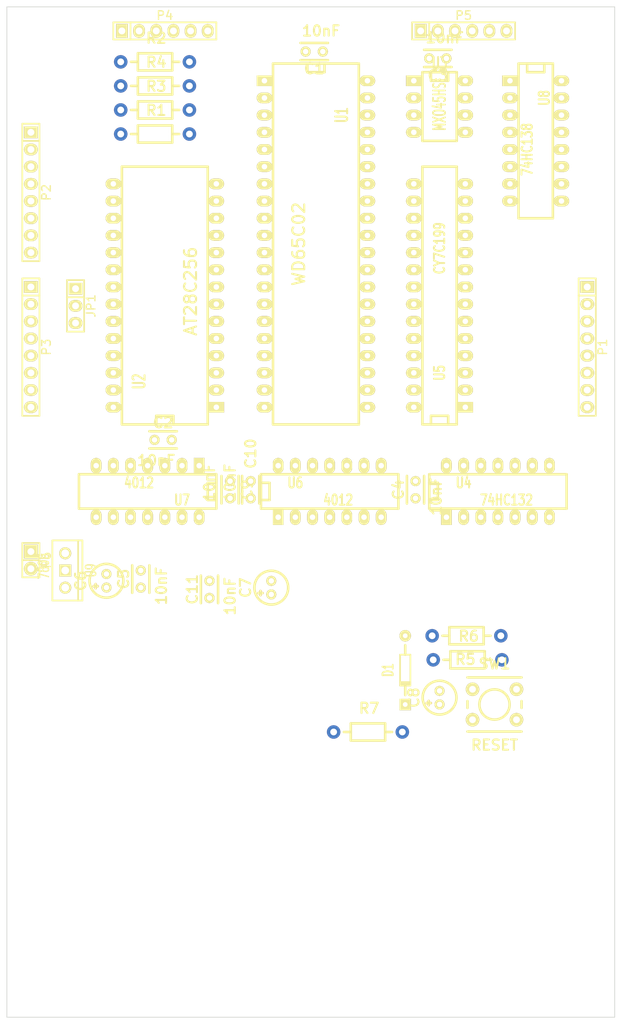
<source format=kicad_pcb>
(kicad_pcb (version 3) (host pcbnew "(2014-jan-25)-product")

  (general
    (links 171)
    (no_connects 171)
    (area 176.733999 22.809999 272.338001 87.934001)
    (thickness 1.6)
    (drawings 4)
    (tracks 0)
    (zones 0)
    (modules 36)
    (nets 44)
  )

  (page A4)
  (layers
    (15 F.Cu signal)
    (0 B.Cu signal)
    (16 B.Adhes user)
    (17 F.Adhes user)
    (18 B.Paste user)
    (19 F.Paste user)
    (20 B.SilkS user)
    (21 F.SilkS user)
    (22 B.Mask user)
    (23 F.Mask user)
    (24 Dwgs.User user)
    (25 Cmts.User user)
    (26 Eco1.User user)
    (27 Eco2.User user)
    (28 Edge.Cuts user)
  )

  (setup
    (last_trace_width 0.254)
    (trace_clearance 0.254)
    (zone_clearance 0.508)
    (zone_45_only no)
    (trace_min 0.254)
    (segment_width 0.2)
    (edge_width 0.1)
    (via_size 0.889)
    (via_drill 0.635)
    (via_min_size 0.889)
    (via_min_drill 0.508)
    (uvia_size 0.508)
    (uvia_drill 0.127)
    (uvias_allowed no)
    (uvia_min_size 0.508)
    (uvia_min_drill 0.127)
    (pcb_text_width 0.3)
    (pcb_text_size 1.5 1.5)
    (mod_edge_width 0.15)
    (mod_text_size 1 1)
    (mod_text_width 0.15)
    (pad_size 1.5 1.5)
    (pad_drill 0.6)
    (pad_to_mask_clearance 0)
    (aux_axis_origin 0 0)
    (visible_elements FFFFFF7F)
    (pcbplotparams
      (layerselection 3178497)
      (usegerberextensions true)
      (excludeedgelayer true)
      (linewidth 0.150000)
      (plotframeref false)
      (viasonmask false)
      (mode 1)
      (useauxorigin false)
      (hpglpennumber 1)
      (hpglpenspeed 20)
      (hpglpendiameter 15)
      (hpglpenoverlay 2)
      (psnegative false)
      (psa4output false)
      (plotreference true)
      (plotvalue true)
      (plotothertext true)
      (plotinvisibletext false)
      (padsonsilk false)
      (subtractmaskfromsilk false)
      (outputformat 1)
      (mirror false)
      (drillshape 1)
      (scaleselection 1)
      (outputdirectory ""))
  )

  (net 0 "")
  (net 1 +5V)
  (net 2 GND)
  (net 3 "Net-(C8-Pad2)")
  (net 4 "/Address Decode/~ROMSEL")
  (net 5 /~ROMOE)
  (net 6 /D0)
  (net 7 /D1)
  (net 8 /D2)
  (net 9 /D3)
  (net 10 /D4)
  (net 11 /D5)
  (net 12 /D6)
  (net 13 /D7)
  (net 14 A0)
  (net 15 A1)
  (net 16 A2)
  (net 17 A3)
  (net 18 A4)
  (net 19 A5)
  (net 20 A6)
  (net 21 A7)
  (net 22 A8)
  (net 23 A9)
  (net 24 A10)
  (net 25 A11)
  (net 26 A12)
  (net 27 A13)
  (net 28 A14)
  (net 29 A15)
  (net 30 /VIN)
  (net 31 SYNC)
  (net 32 ~IRQ)
  (net 33 RDY)
  (net 34 ~RST)
  (net 35 PHI2)
  (net 36 BE)
  (net 37 R/~W)
  (net 38 "Net-(R5-Pad1)")
  (net 39 "Net-(R7-Pad1)")
  (net 40 "Net-(U4-Pad3)")
  (net 41 /~RAMCE)
  (net 42 "Net-(U6-Pad1)")
  (net 43 "Net-(U6-Pad13)")

  (net_class Default "This is the default net class."
    (clearance 0.254)
    (trace_width 0.254)
    (via_dia 0.889)
    (via_drill 0.635)
    (uvia_dia 0.508)
    (uvia_drill 0.127)
    (add_net +5V)
    (add_net "/Address Decode/~ROMSEL")
    (add_net /D0)
    (add_net /D1)
    (add_net /D2)
    (add_net /D3)
    (add_net /D4)
    (add_net /D5)
    (add_net /D6)
    (add_net /D7)
    (add_net /VIN)
    (add_net /~RAMCE)
    (add_net /~ROMOE)
    (add_net A0)
    (add_net A1)
    (add_net A10)
    (add_net A11)
    (add_net A12)
    (add_net A13)
    (add_net A14)
    (add_net A15)
    (add_net A2)
    (add_net A3)
    (add_net A4)
    (add_net A5)
    (add_net A6)
    (add_net A7)
    (add_net A8)
    (add_net A9)
    (add_net BE)
    (add_net GND)
    (add_net "Net-(C8-Pad2)")
    (add_net "Net-(R5-Pad1)")
    (add_net "Net-(R7-Pad1)")
    (add_net "Net-(U4-Pad3)")
    (add_net "Net-(U6-Pad1)")
    (add_net "Net-(U6-Pad13)")
    (add_net PHI2)
    (add_net R/~W)
    (add_net RDY)
    (add_net SYNC)
    (add_net ~IRQ)
    (add_net ~RST)
  )

  (module Capacitors_ThroughHole:Capacitor4x3RM2.5 (layer F.Cu) (tedit 54EA0B98) (tstamp 54EA0DC4)
    (at 83.312 40.132 180)
    (descr "Capacitor 4mm x 2,5mm RM 2,5mm")
    (tags "Capacitor Kondensator")
    (path /54777000)
    (fp_text reference C1 (at 1.27 -2.54 180) (layer F.SilkS)
      (effects (font (thickness 0.3048)))
    )
    (fp_text value 10nF (at 0.254 3.048 180) (layer F.SilkS)
      (effects (font (thickness 0.3048)))
    )
    (fp_line (start 3.302 -1.27) (end -0.762 -1.27) (layer F.SilkS) (width 0.381))
    (fp_line (start -0.762 1.27) (end 3.302 1.27) (layer F.SilkS) (width 0.381))
    (pad 1 thru_hole circle (at 0 0 180) (size 1.50114 1.50114) (drill 0.8001) (layers *.Cu *.Mask F.SilkS)
      (net 1 +5V))
    (pad 2 thru_hole circle (at 2.54 0 180) (size 1.50114 1.50114) (drill 0.8001) (layers *.Cu *.Mask F.SilkS)
      (net 2 GND))
  )

  (module Capacitors_ThroughHole:Capacitor4x3RM2.5 (layer F.Cu) (tedit 54EA0B98) (tstamp 54EA0DCC)
    (at 58.42 97.536)
    (descr "Capacitor 4mm x 2,5mm RM 2,5mm")
    (tags "Capacitor Kondensator")
    (path /5477715E)
    (fp_text reference C2 (at 1.27 -2.54) (layer F.SilkS)
      (effects (font (thickness 0.3048)))
    )
    (fp_text value 10nF (at 0.254 3.048) (layer F.SilkS)
      (effects (font (thickness 0.3048)))
    )
    (fp_line (start 3.302 -1.27) (end -0.762 -1.27) (layer F.SilkS) (width 0.381))
    (fp_line (start -0.762 1.27) (end 3.302 1.27) (layer F.SilkS) (width 0.381))
    (pad 1 thru_hole circle (at 0 0) (size 1.50114 1.50114) (drill 0.8001) (layers *.Cu *.Mask F.SilkS)
      (net 1 +5V))
    (pad 2 thru_hole circle (at 2.54 0) (size 1.50114 1.50114) (drill 0.8001) (layers *.Cu *.Mask F.SilkS)
      (net 2 GND))
  )

  (module Capacitors_ThroughHole:Capacitor4x3RM2.5 (layer F.Cu) (tedit 54EA0B98) (tstamp 54EA0DD4)
    (at 101.6 41.148 180)
    (descr "Capacitor 4mm x 2,5mm RM 2,5mm")
    (tags "Capacitor Kondensator")
    (path /54777171)
    (fp_text reference C3 (at 1.27 -2.54 180) (layer F.SilkS)
      (effects (font (thickness 0.3048)))
    )
    (fp_text value 10nF (at 0.254 3.048 180) (layer F.SilkS)
      (effects (font (thickness 0.3048)))
    )
    (fp_line (start 3.302 -1.27) (end -0.762 -1.27) (layer F.SilkS) (width 0.381))
    (fp_line (start -0.762 1.27) (end 3.302 1.27) (layer F.SilkS) (width 0.381))
    (pad 1 thru_hole circle (at 0 0 180) (size 1.50114 1.50114) (drill 0.8001) (layers *.Cu *.Mask F.SilkS)
      (net 1 +5V))
    (pad 2 thru_hole circle (at 2.54 0 180) (size 1.50114 1.50114) (drill 0.8001) (layers *.Cu *.Mask F.SilkS)
      (net 2 GND))
  )

  (module Capacitors_ThroughHole:Capacitor4x3RM2.5 (layer F.Cu) (tedit 54EA0B98) (tstamp 54EA0DDC)
    (at 97.028 106.172 90)
    (descr "Capacitor 4mm x 2,5mm RM 2,5mm")
    (tags "Capacitor Kondensator")
    (path /54D141C5)
    (fp_text reference C4 (at 1.27 -2.54 90) (layer F.SilkS)
      (effects (font (thickness 0.3048)))
    )
    (fp_text value 10nF (at 0.254 3.048 90) (layer F.SilkS)
      (effects (font (thickness 0.3048)))
    )
    (fp_line (start 3.302 -1.27) (end -0.762 -1.27) (layer F.SilkS) (width 0.381))
    (fp_line (start -0.762 1.27) (end 3.302 1.27) (layer F.SilkS) (width 0.381))
    (pad 1 thru_hole circle (at 0 0 90) (size 1.50114 1.50114) (drill 0.8001) (layers *.Cu *.Mask F.SilkS)
      (net 1 +5V))
    (pad 2 thru_hole circle (at 2.54 0 90) (size 1.50114 1.50114) (drill 0.8001) (layers *.Cu *.Mask F.SilkS)
      (net 2 GND))
  )

  (module Capacitors_ThroughHole:Capacitor4x3RM2.5 (layer F.Cu) (tedit 54EA0B98) (tstamp 54EA0DE4)
    (at 56.388 119.38 90)
    (descr "Capacitor 4mm x 2,5mm RM 2,5mm")
    (tags "Capacitor Kondensator")
    (path /547780F8)
    (fp_text reference C5 (at 1.27 -2.54 90) (layer F.SilkS)
      (effects (font (thickness 0.3048)))
    )
    (fp_text value 10nF (at 0.254 3.048 90) (layer F.SilkS)
      (effects (font (thickness 0.3048)))
    )
    (fp_line (start 3.302 -1.27) (end -0.762 -1.27) (layer F.SilkS) (width 0.381))
    (fp_line (start -0.762 1.27) (end 3.302 1.27) (layer F.SilkS) (width 0.381))
    (pad 1 thru_hole circle (at 0 0 90) (size 1.50114 1.50114) (drill 0.8001) (layers *.Cu *.Mask F.SilkS)
      (net 1 +5V))
    (pad 2 thru_hole circle (at 2.54 0 90) (size 1.50114 1.50114) (drill 0.8001) (layers *.Cu *.Mask F.SilkS)
      (net 2 GND))
  )

  (module Capacitors_Elko_ThroughHole:Elko_vert_DM5_RM2 (layer F.Cu) (tedit 54EA0B98) (tstamp 54EA0DF1)
    (at 51.308 118.364 90)
    (descr "Electrolytic Capacitor, vertical, diameter 5mm, RM 2mm, radial,")
    (tags "Electrolytic Capacitor, vertical, diameter 5mm,  radial, RM 2mm, Elko, Electrolytkondensator, Kondensator gepolt, Durchmesser 5mm")
    (path /54D138B4)
    (fp_text reference C6 (at 0 -3.81 90) (layer F.SilkS)
      (effects (font (thickness 0.3048)))
    )
    (fp_text value 100nF (at 0 3.81 90) (layer F.SilkS) hide
      (effects (font (thickness 0.3048)))
    )
    (fp_line (start -0.8001 -1.89992) (end -0.8001 -1.30048) (layer F.SilkS) (width 0.381))
    (fp_line (start -1.09982 -1.6002) (end -0.50038 -1.6002) (layer F.SilkS) (width 0.381))
    (fp_line (start -0.8001 -1.6002) (end -0.8001 -1.30048) (layer F.Cu) (width 0.381))
    (fp_line (start -0.8001 -1.6002) (end -0.50038 -1.6002) (layer F.Cu) (width 0.381))
    (fp_line (start -1.09982 -1.6002) (end -0.8001 -1.6002) (layer F.Cu) (width 0.381))
    (fp_line (start -0.8001 -1.6002) (end -0.8001 -1.89992) (layer F.Cu) (width 0.381))
    (fp_circle (center 0 0) (end 2.49936 0) (layer F.SilkS) (width 0.381))
    (pad 1 thru_hole circle (at -1.00076 0 90) (size 1.48082 1.48082) (drill 0.8001) (layers *.Cu *.Mask F.SilkS)
      (net 1 +5V))
    (pad 2 thru_hole circle (at 1.00076 0 90) (size 1.48082 1.48082) (drill 0.8001) (layers *.Cu *.Mask F.SilkS)
      (net 2 GND))
  )

  (module Capacitors_Elko_ThroughHole:Elko_vert_DM5_RM2 (layer F.Cu) (tedit 54EA0B98) (tstamp 54EA0DFE)
    (at 75.692 119.38 90)
    (descr "Electrolytic Capacitor, vertical, diameter 5mm, RM 2mm, radial,")
    (tags "Electrolytic Capacitor, vertical, diameter 5mm,  radial, RM 2mm, Elko, Electrolytkondensator, Kondensator gepolt, Durchmesser 5mm")
    (path /54D137B9)
    (fp_text reference C7 (at 0 -3.81 90) (layer F.SilkS)
      (effects (font (thickness 0.3048)))
    )
    (fp_text value 100uF (at 0 3.81 90) (layer F.SilkS) hide
      (effects (font (thickness 0.3048)))
    )
    (fp_line (start -0.8001 -1.89992) (end -0.8001 -1.30048) (layer F.SilkS) (width 0.381))
    (fp_line (start -1.09982 -1.6002) (end -0.50038 -1.6002) (layer F.SilkS) (width 0.381))
    (fp_line (start -0.8001 -1.6002) (end -0.8001 -1.30048) (layer F.Cu) (width 0.381))
    (fp_line (start -0.8001 -1.6002) (end -0.50038 -1.6002) (layer F.Cu) (width 0.381))
    (fp_line (start -1.09982 -1.6002) (end -0.8001 -1.6002) (layer F.Cu) (width 0.381))
    (fp_line (start -0.8001 -1.6002) (end -0.8001 -1.89992) (layer F.Cu) (width 0.381))
    (fp_circle (center 0 0) (end 2.49936 0) (layer F.SilkS) (width 0.381))
    (pad 1 thru_hole circle (at -1.00076 0 90) (size 1.48082 1.48082) (drill 0.8001) (layers *.Cu *.Mask F.SilkS)
      (net 1 +5V))
    (pad 2 thru_hole circle (at 1.00076 0 90) (size 1.48082 1.48082) (drill 0.8001) (layers *.Cu *.Mask F.SilkS)
      (net 2 GND))
  )

  (module Capacitors_Elko_ThroughHole:Elko_vert_DM5_RM2 (layer F.Cu) (tedit 54EA0B98) (tstamp 54EA0E0B)
    (at 100.584 135.636 90)
    (descr "Electrolytic Capacitor, vertical, diameter 5mm, RM 2mm, radial,")
    (tags "Electrolytic Capacitor, vertical, diameter 5mm,  radial, RM 2mm, Elko, Electrolytkondensator, Kondensator gepolt, Durchmesser 5mm")
    (path /54D63A81/54D63BC2)
    (fp_text reference C8 (at 0 -3.81 90) (layer F.SilkS)
      (effects (font (thickness 0.3048)))
    )
    (fp_text value 4.7uF (at 0 3.81 90) (layer F.SilkS) hide
      (effects (font (thickness 0.3048)))
    )
    (fp_line (start -0.8001 -1.89992) (end -0.8001 -1.30048) (layer F.SilkS) (width 0.381))
    (fp_line (start -1.09982 -1.6002) (end -0.50038 -1.6002) (layer F.SilkS) (width 0.381))
    (fp_line (start -0.8001 -1.6002) (end -0.8001 -1.30048) (layer F.Cu) (width 0.381))
    (fp_line (start -0.8001 -1.6002) (end -0.50038 -1.6002) (layer F.Cu) (width 0.381))
    (fp_line (start -1.09982 -1.6002) (end -0.8001 -1.6002) (layer F.Cu) (width 0.381))
    (fp_line (start -0.8001 -1.6002) (end -0.8001 -1.89992) (layer F.Cu) (width 0.381))
    (fp_circle (center 0 0) (end 2.49936 0) (layer F.SilkS) (width 0.381))
    (pad 1 thru_hole circle (at -1.00076 0 90) (size 1.48082 1.48082) (drill 0.8001) (layers *.Cu *.Mask F.SilkS)
      (net 1 +5V))
    (pad 2 thru_hole circle (at 1.00076 0 90) (size 1.48082 1.48082) (drill 0.8001) (layers *.Cu *.Mask F.SilkS)
      (net 3 "Net-(C8-Pad2)"))
  )

  (module Capacitors_ThroughHole:Capacitor4x3RM2.5 (layer F.Cu) (tedit 54EA0B98) (tstamp 54EA0E13)
    (at 69.596 103.632 270)
    (descr "Capacitor 4mm x 2,5mm RM 2,5mm")
    (tags "Capacitor Kondensator")
    (path /54EA3EBE)
    (fp_text reference C9 (at 1.27 -2.54 270) (layer F.SilkS)
      (effects (font (thickness 0.3048)))
    )
    (fp_text value 10nF (at 0.254 3.048 270) (layer F.SilkS)
      (effects (font (thickness 0.3048)))
    )
    (fp_line (start 3.302 -1.27) (end -0.762 -1.27) (layer F.SilkS) (width 0.381))
    (fp_line (start -0.762 1.27) (end 3.302 1.27) (layer F.SilkS) (width 0.381))
    (pad 1 thru_hole circle (at 0 0 270) (size 1.50114 1.50114) (drill 0.8001) (layers *.Cu *.Mask F.SilkS)
      (net 1 +5V))
    (pad 2 thru_hole circle (at 2.54 0 270) (size 1.50114 1.50114) (drill 0.8001) (layers *.Cu *.Mask F.SilkS)
      (net 2 GND))
  )

  (module Capacitors_ThroughHole:Capacitor4x3RM2.5 (layer F.Cu) (tedit 54EA475E) (tstamp 54EA0E1B)
    (at 72.644 103.632 270)
    (descr "Capacitor 4mm x 2,5mm RM 2,5mm")
    (tags "Capacitor Kondensator")
    (path /54EA3F36)
    (fp_text reference C10 (at -4.064 0 270) (layer F.SilkS)
      (effects (font (thickness 0.3048)))
    )
    (fp_text value 10nF (at 0.254 3.048 270) (layer F.SilkS)
      (effects (font (thickness 0.3048)))
    )
    (fp_line (start 3.302 -1.27) (end -0.762 -1.27) (layer F.SilkS) (width 0.381))
    (fp_line (start -0.762 1.27) (end 3.302 1.27) (layer F.SilkS) (width 0.381))
    (pad 1 thru_hole circle (at 0 0 270) (size 1.50114 1.50114) (drill 0.8001) (layers *.Cu *.Mask F.SilkS)
      (net 1 +5V))
    (pad 2 thru_hole circle (at 2.54 0 270) (size 1.50114 1.50114) (drill 0.8001) (layers *.Cu *.Mask F.SilkS)
      (net 2 GND))
  )

  (module Capacitors_ThroughHole:Capacitor4x3RM2.5 (layer F.Cu) (tedit 54EA0B98) (tstamp 54EA0E23)
    (at 66.548 120.904 90)
    (descr "Capacitor 4mm x 2,5mm RM 2,5mm")
    (tags "Capacitor Kondensator")
    (path /54EA4032)
    (fp_text reference C11 (at 1.27 -2.54 90) (layer F.SilkS)
      (effects (font (thickness 0.3048)))
    )
    (fp_text value 10nF (at 0.254 3.048 90) (layer F.SilkS)
      (effects (font (thickness 0.3048)))
    )
    (fp_line (start 3.302 -1.27) (end -0.762 -1.27) (layer F.SilkS) (width 0.381))
    (fp_line (start -0.762 1.27) (end 3.302 1.27) (layer F.SilkS) (width 0.381))
    (pad 1 thru_hole circle (at 0 0 90) (size 1.50114 1.50114) (drill 0.8001) (layers *.Cu *.Mask F.SilkS)
      (net 1 +5V))
    (pad 2 thru_hole circle (at 2.54 0 90) (size 1.50114 1.50114) (drill 0.8001) (layers *.Cu *.Mask F.SilkS)
      (net 2 GND))
  )

  (module Diodes_ThroughHole:Diode_DO-35_SOD27_Horizontal_RM10 (layer F.Cu) (tedit 54EA0B98) (tstamp 54EA0E32)
    (at 95.504 131.572 270)
    (descr "Diode, DO-35,  SOD27, Horizontal, RM 10mm")
    (tags "Diode, DO-35, SOD27, Horizontal, RM 10mm, 1N4148,")
    (path /54D63A81/54D63BC3)
    (fp_text reference D1 (at 0 2.54 270) (layer F.SilkS)
      (effects (font (size 1.524 1.016) (thickness 0.254)))
    )
    (fp_text value 1N4148 (at -1.016 -3.556 270) (layer F.SilkS) hide
      (effects (font (size 1.524 1.016) (thickness 0.254)))
    )
    (fp_line (start -2.286 0) (end -3.683 0) (layer F.SilkS) (width 0.381))
    (fp_line (start 2.159 0) (end 3.683 0) (layer F.SilkS) (width 0.381))
    (fp_line (start 1.778 -0.762) (end 1.778 0.762) (layer F.SilkS) (width 0.254))
    (fp_line (start 2.032 -0.762) (end 2.032 0.762) (layer F.SilkS) (width 0.254))
    (fp_line (start 2.286 0) (end 2.286 0.762) (layer F.SilkS) (width 0.254))
    (fp_line (start 2.286 0.762) (end -2.286 0.762) (layer F.SilkS) (width 0.254))
    (fp_line (start -2.286 0.762) (end -2.286 -0.762) (layer F.SilkS) (width 0.254))
    (fp_line (start -2.286 -0.762) (end 2.286 -0.762) (layer F.SilkS) (width 0.254))
    (fp_line (start 2.286 -0.762) (end 2.286 0) (layer F.SilkS) (width 0.254))
    (pad 1 thru_hole circle (at -5.08 0 270) (size 1.69926 1.69926) (drill 0.70104) (layers *.Cu *.Mask F.SilkS)
      (net 2 GND))
    (pad 2 thru_hole rect (at 5.08 0 270) (size 1.69926 1.69926) (drill 0.70104) (layers *.Cu *.Mask F.SilkS)
      (net 3 "Net-(C8-Pad2)"))
    (model discret/diode.wrl
      (at (xyz 0 0 0))
      (scale (xyz 0.4 0.4 0.4))
      (rotate (xyz 0 0 0))
    )
  )

  (module Pin_Headers:Pin_Header_Straight_1x03 (layer F.Cu) (tedit 54EA0B97) (tstamp 54EA0E40)
    (at 46.736 77.724 270)
    (descr "1 pin")
    (tags "CONN DEV")
    (path /54DFDF35)
    (fp_text reference JP1 (at 0 -2.286 270) (layer F.SilkS)
      (effects (font (size 1.27 1.27) (thickness 0.2032)))
    )
    (fp_text value "ROM PROGRAMMABLE" (at 0 0 270) (layer F.SilkS) hide
      (effects (font (size 1.27 1.27) (thickness 0.2032)))
    )
    (fp_line (start -1.27 1.27) (end 3.81 1.27) (layer F.SilkS) (width 0.254))
    (fp_line (start 3.81 1.27) (end 3.81 -1.27) (layer F.SilkS) (width 0.254))
    (fp_line (start 3.81 -1.27) (end -1.27 -1.27) (layer F.SilkS) (width 0.254))
    (fp_line (start -3.81 -1.27) (end -1.27 -1.27) (layer F.SilkS) (width 0.254))
    (fp_line (start -1.27 -1.27) (end -1.27 1.27) (layer F.SilkS) (width 0.254))
    (fp_line (start -3.81 -1.27) (end -3.81 1.27) (layer F.SilkS) (width 0.254))
    (fp_line (start -3.81 1.27) (end -1.27 1.27) (layer F.SilkS) (width 0.254))
    (pad 1 thru_hole rect (at -2.54 0 270) (size 1.7272 2.032) (drill 1.016) (layers *.Cu *.Mask F.SilkS)
      (net 4 "/Address Decode/~ROMSEL"))
    (pad 2 thru_hole oval (at 0 0 270) (size 1.7272 2.032) (drill 1.016) (layers *.Cu *.Mask F.SilkS)
      (net 5 /~ROMOE))
    (pad 3 thru_hole oval (at 2.54 0 270) (size 1.7272 2.032) (drill 1.016) (layers *.Cu *.Mask F.SilkS)
      (net 1 +5V))
    (model Pin_Headers/Pin_Header_Straight_1x03.wrl
      (at (xyz 0 0 0))
      (scale (xyz 1 1 1))
      (rotate (xyz 0 0 0))
    )
  )

  (module Pin_Headers:Pin_Header_Straight_1x08 (layer F.Cu) (tedit 54EA0B98) (tstamp 54EA0E53)
    (at 122.428 83.82 270)
    (descr "1 pin")
    (tags "CONN DEV")
    (path /54EA1127)
    (fp_text reference P1 (at 0 -2.286 270) (layer F.SilkS)
      (effects (font (size 1.27 1.27) (thickness 0.2032)))
    )
    (fp_text value DATA (at 0 0 270) (layer F.SilkS) hide
      (effects (font (size 1.27 1.27) (thickness 0.2032)))
    )
    (fp_line (start -7.62 -1.27) (end 10.16 -1.27) (layer F.SilkS) (width 0.254))
    (fp_line (start 10.16 -1.27) (end 10.16 1.27) (layer F.SilkS) (width 0.254))
    (fp_line (start 10.16 1.27) (end -7.62 1.27) (layer F.SilkS) (width 0.254))
    (fp_line (start -10.16 -1.27) (end -7.62 -1.27) (layer F.SilkS) (width 0.254))
    (fp_line (start -7.62 -1.27) (end -7.62 1.27) (layer F.SilkS) (width 0.254))
    (fp_line (start -10.16 -1.27) (end -10.16 1.27) (layer F.SilkS) (width 0.254))
    (fp_line (start -10.16 1.27) (end -7.62 1.27) (layer F.SilkS) (width 0.254))
    (pad 1 thru_hole rect (at -8.89 0 270) (size 1.7272 2.032) (drill 1.016) (layers *.Cu *.Mask F.SilkS)
      (net 6 /D0))
    (pad 2 thru_hole oval (at -6.35 0 270) (size 1.7272 2.032) (drill 1.016) (layers *.Cu *.Mask F.SilkS)
      (net 7 /D1))
    (pad 3 thru_hole oval (at -3.81 0 270) (size 1.7272 2.032) (drill 1.016) (layers *.Cu *.Mask F.SilkS)
      (net 8 /D2))
    (pad 4 thru_hole oval (at -1.27 0 270) (size 1.7272 2.032) (drill 1.016) (layers *.Cu *.Mask F.SilkS)
      (net 9 /D3))
    (pad 5 thru_hole oval (at 1.27 0 270) (size 1.7272 2.032) (drill 1.016) (layers *.Cu *.Mask F.SilkS)
      (net 10 /D4))
    (pad 6 thru_hole oval (at 3.81 0 270) (size 1.7272 2.032) (drill 1.016) (layers *.Cu *.Mask F.SilkS)
      (net 11 /D5))
    (pad 7 thru_hole oval (at 6.35 0 270) (size 1.7272 2.032) (drill 1.016) (layers *.Cu *.Mask F.SilkS)
      (net 12 /D6))
    (pad 8 thru_hole oval (at 8.89 0 270) (size 1.7272 2.032) (drill 1.016) (layers *.Cu *.Mask F.SilkS)
      (net 13 /D7))
    (model Pin_Headers/Pin_Header_Straight_1x08.wrl
      (at (xyz 0 0 0))
      (scale (xyz 1 1 1))
      (rotate (xyz 0 0 0))
    )
  )

  (module Pin_Headers:Pin_Header_Straight_1x08 (layer F.Cu) (tedit 54EA0B98) (tstamp 54EA4D57)
    (at 40.132 60.96 270)
    (descr "1 pin")
    (tags "CONN DEV")
    (path /54EA11DE)
    (fp_text reference P2 (at 0 -2.286 270) (layer F.SilkS)
      (effects (font (size 1.27 1.27) (thickness 0.2032)))
    )
    (fp_text value ADDR1 (at 0 0 270) (layer F.SilkS) hide
      (effects (font (size 1.27 1.27) (thickness 0.2032)))
    )
    (fp_line (start -7.62 -1.27) (end 10.16 -1.27) (layer F.SilkS) (width 0.254))
    (fp_line (start 10.16 -1.27) (end 10.16 1.27) (layer F.SilkS) (width 0.254))
    (fp_line (start 10.16 1.27) (end -7.62 1.27) (layer F.SilkS) (width 0.254))
    (fp_line (start -10.16 -1.27) (end -7.62 -1.27) (layer F.SilkS) (width 0.254))
    (fp_line (start -7.62 -1.27) (end -7.62 1.27) (layer F.SilkS) (width 0.254))
    (fp_line (start -10.16 -1.27) (end -10.16 1.27) (layer F.SilkS) (width 0.254))
    (fp_line (start -10.16 1.27) (end -7.62 1.27) (layer F.SilkS) (width 0.254))
    (pad 1 thru_hole rect (at -8.89 0 270) (size 1.7272 2.032) (drill 1.016) (layers *.Cu *.Mask F.SilkS)
      (net 14 A0))
    (pad 2 thru_hole oval (at -6.35 0 270) (size 1.7272 2.032) (drill 1.016) (layers *.Cu *.Mask F.SilkS)
      (net 15 A1))
    (pad 3 thru_hole oval (at -3.81 0 270) (size 1.7272 2.032) (drill 1.016) (layers *.Cu *.Mask F.SilkS)
      (net 16 A2))
    (pad 4 thru_hole oval (at -1.27 0 270) (size 1.7272 2.032) (drill 1.016) (layers *.Cu *.Mask F.SilkS)
      (net 17 A3))
    (pad 5 thru_hole oval (at 1.27 0 270) (size 1.7272 2.032) (drill 1.016) (layers *.Cu *.Mask F.SilkS)
      (net 18 A4))
    (pad 6 thru_hole oval (at 3.81 0 270) (size 1.7272 2.032) (drill 1.016) (layers *.Cu *.Mask F.SilkS)
      (net 19 A5))
    (pad 7 thru_hole oval (at 6.35 0 270) (size 1.7272 2.032) (drill 1.016) (layers *.Cu *.Mask F.SilkS)
      (net 20 A6))
    (pad 8 thru_hole oval (at 8.89 0 270) (size 1.7272 2.032) (drill 1.016) (layers *.Cu *.Mask F.SilkS)
      (net 21 A7))
    (model Pin_Headers/Pin_Header_Straight_1x08.wrl
      (at (xyz 0 0 0))
      (scale (xyz 1 1 1))
      (rotate (xyz 0 0 0))
    )
  )

  (module Pin_Headers:Pin_Header_Straight_1x08 (layer F.Cu) (tedit 54EA0B98) (tstamp 54EA0E79)
    (at 40.132 83.82 270)
    (descr "1 pin")
    (tags "CONN DEV")
    (path /54EA11E9)
    (fp_text reference P3 (at 0 -2.286 270) (layer F.SilkS)
      (effects (font (size 1.27 1.27) (thickness 0.2032)))
    )
    (fp_text value ADDR2 (at 0 0 270) (layer F.SilkS) hide
      (effects (font (size 1.27 1.27) (thickness 0.2032)))
    )
    (fp_line (start -7.62 -1.27) (end 10.16 -1.27) (layer F.SilkS) (width 0.254))
    (fp_line (start 10.16 -1.27) (end 10.16 1.27) (layer F.SilkS) (width 0.254))
    (fp_line (start 10.16 1.27) (end -7.62 1.27) (layer F.SilkS) (width 0.254))
    (fp_line (start -10.16 -1.27) (end -7.62 -1.27) (layer F.SilkS) (width 0.254))
    (fp_line (start -7.62 -1.27) (end -7.62 1.27) (layer F.SilkS) (width 0.254))
    (fp_line (start -10.16 -1.27) (end -10.16 1.27) (layer F.SilkS) (width 0.254))
    (fp_line (start -10.16 1.27) (end -7.62 1.27) (layer F.SilkS) (width 0.254))
    (pad 1 thru_hole rect (at -8.89 0 270) (size 1.7272 2.032) (drill 1.016) (layers *.Cu *.Mask F.SilkS)
      (net 22 A8))
    (pad 2 thru_hole oval (at -6.35 0 270) (size 1.7272 2.032) (drill 1.016) (layers *.Cu *.Mask F.SilkS)
      (net 23 A9))
    (pad 3 thru_hole oval (at -3.81 0 270) (size 1.7272 2.032) (drill 1.016) (layers *.Cu *.Mask F.SilkS)
      (net 24 A10))
    (pad 4 thru_hole oval (at -1.27 0 270) (size 1.7272 2.032) (drill 1.016) (layers *.Cu *.Mask F.SilkS)
      (net 25 A11))
    (pad 5 thru_hole oval (at 1.27 0 270) (size 1.7272 2.032) (drill 1.016) (layers *.Cu *.Mask F.SilkS)
      (net 26 A12))
    (pad 6 thru_hole oval (at 3.81 0 270) (size 1.7272 2.032) (drill 1.016) (layers *.Cu *.Mask F.SilkS)
      (net 27 A13))
    (pad 7 thru_hole oval (at 6.35 0 270) (size 1.7272 2.032) (drill 1.016) (layers *.Cu *.Mask F.SilkS)
      (net 28 A14))
    (pad 8 thru_hole oval (at 8.89 0 270) (size 1.7272 2.032) (drill 1.016) (layers *.Cu *.Mask F.SilkS)
      (net 29 A15))
    (model Pin_Headers/Pin_Header_Straight_1x08.wrl
      (at (xyz 0 0 0))
      (scale (xyz 1 1 1))
      (rotate (xyz 0 0 0))
    )
  )

  (module Pin_Headers:Pin_Header_Straight_1x06 (layer F.Cu) (tedit 54EA0B98) (tstamp 54EA0E8A)
    (at 59.944 37.084)
    (descr "1 pin")
    (tags "CONN DEV")
    (path /54EA1637)
    (fp_text reference P4 (at 0 -2.286) (layer F.SilkS)
      (effects (font (size 1.27 1.27) (thickness 0.2032)))
    )
    (fp_text value CTRL1 (at 0 0) (layer F.SilkS) hide
      (effects (font (size 1.27 1.27) (thickness 0.2032)))
    )
    (fp_line (start -5.08 -1.27) (end 7.62 -1.27) (layer F.SilkS) (width 0.254))
    (fp_line (start 7.62 -1.27) (end 7.62 1.27) (layer F.SilkS) (width 0.254))
    (fp_line (start 7.62 1.27) (end -5.08 1.27) (layer F.SilkS) (width 0.254))
    (fp_line (start -7.62 -1.27) (end -5.08 -1.27) (layer F.SilkS) (width 0.254))
    (fp_line (start -5.08 -1.27) (end -5.08 1.27) (layer F.SilkS) (width 0.254))
    (fp_line (start -7.62 -1.27) (end -7.62 1.27) (layer F.SilkS) (width 0.254))
    (fp_line (start -7.62 1.27) (end -5.08 1.27) (layer F.SilkS) (width 0.254))
    (pad 1 thru_hole rect (at -6.35 0) (size 1.7272 2.032) (drill 1.016) (layers *.Cu *.Mask F.SilkS)
      (net 1 +5V))
    (pad 2 thru_hole oval (at -3.81 0) (size 1.7272 2.032) (drill 1.016) (layers *.Cu *.Mask F.SilkS)
      (net 2 GND))
    (pad 3 thru_hole oval (at -1.27 0) (size 1.7272 2.032) (drill 1.016) (layers *.Cu *.Mask F.SilkS)
      (net 30 /VIN))
    (pad 4 thru_hole oval (at 1.27 0) (size 1.7272 2.032) (drill 1.016) (layers *.Cu *.Mask F.SilkS)
      (net 31 SYNC))
    (pad 5 thru_hole oval (at 3.81 0) (size 1.7272 2.032) (drill 1.016) (layers *.Cu *.Mask F.SilkS)
      (net 32 ~IRQ))
    (pad 6 thru_hole oval (at 6.35 0) (size 1.7272 2.032) (drill 1.016) (layers *.Cu *.Mask F.SilkS)
      (net 33 RDY))
    (model Pin_Headers/Pin_Header_Straight_1x06.wrl
      (at (xyz 0 0 0))
      (scale (xyz 1 1 1))
      (rotate (xyz 0 0 0))
    )
  )

  (module Pin_Headers:Pin_Header_Straight_1x06 (layer F.Cu) (tedit 54EA0B98) (tstamp 54EA0E9B)
    (at 104.14 37.084)
    (descr "1 pin")
    (tags "CONN DEV")
    (path /54EA1649)
    (fp_text reference P5 (at 0 -2.286) (layer F.SilkS)
      (effects (font (size 1.27 1.27) (thickness 0.2032)))
    )
    (fp_text value CTRL2 (at 0 0) (layer F.SilkS) hide
      (effects (font (size 1.27 1.27) (thickness 0.2032)))
    )
    (fp_line (start -5.08 -1.27) (end 7.62 -1.27) (layer F.SilkS) (width 0.254))
    (fp_line (start 7.62 -1.27) (end 7.62 1.27) (layer F.SilkS) (width 0.254))
    (fp_line (start 7.62 1.27) (end -5.08 1.27) (layer F.SilkS) (width 0.254))
    (fp_line (start -7.62 -1.27) (end -5.08 -1.27) (layer F.SilkS) (width 0.254))
    (fp_line (start -5.08 -1.27) (end -5.08 1.27) (layer F.SilkS) (width 0.254))
    (fp_line (start -7.62 -1.27) (end -7.62 1.27) (layer F.SilkS) (width 0.254))
    (fp_line (start -7.62 1.27) (end -5.08 1.27) (layer F.SilkS) (width 0.254))
    (pad 1 thru_hole rect (at -6.35 0) (size 1.7272 2.032) (drill 1.016) (layers *.Cu *.Mask F.SilkS)
      (net 34 ~RST))
    (pad 2 thru_hole oval (at -3.81 0) (size 1.7272 2.032) (drill 1.016) (layers *.Cu *.Mask F.SilkS)
      (net 35 PHI2))
    (pad 3 thru_hole oval (at -1.27 0) (size 1.7272 2.032) (drill 1.016) (layers *.Cu *.Mask F.SilkS)
      (net 36 BE))
    (pad 4 thru_hole oval (at 1.27 0) (size 1.7272 2.032) (drill 1.016) (layers *.Cu *.Mask F.SilkS)
      (net 37 R/~W))
    (pad 5 thru_hole oval (at 3.81 0) (size 1.7272 2.032) (drill 1.016) (layers *.Cu *.Mask F.SilkS))
    (pad 6 thru_hole oval (at 6.35 0) (size 1.7272 2.032) (drill 1.016) (layers *.Cu *.Mask F.SilkS))
    (model Pin_Headers/Pin_Header_Straight_1x06.wrl
      (at (xyz 0 0 0))
      (scale (xyz 1 1 1))
      (rotate (xyz 0 0 0))
    )
  )

  (module Pin_Headers:Pin_Header_Straight_1x02 (layer F.Cu) (tedit 54EA0B97) (tstamp 54EA0EA7)
    (at 40.132 115.316 270)
    (descr "1 pin")
    (tags "CONN DEV")
    (path /54D1B354)
    (fp_text reference P6 (at 0 -2.286 270) (layer F.SilkS)
      (effects (font (size 1.27 1.27) (thickness 0.2032)))
    )
    (fp_text value PWR (at 0 0 270) (layer F.SilkS) hide
      (effects (font (size 1.27 1.27) (thickness 0.2032)))
    )
    (fp_line (start 0 -1.27) (end 0 1.27) (layer F.SilkS) (width 0.254))
    (fp_line (start -2.54 -1.27) (end -2.54 1.27) (layer F.SilkS) (width 0.254))
    (fp_line (start -2.54 1.27) (end 0 1.27) (layer F.SilkS) (width 0.254))
    (fp_line (start 0 1.27) (end 2.54 1.27) (layer F.SilkS) (width 0.254))
    (fp_line (start 2.54 1.27) (end 2.54 -1.27) (layer F.SilkS) (width 0.254))
    (fp_line (start 2.54 -1.27) (end -2.54 -1.27) (layer F.SilkS) (width 0.254))
    (pad 1 thru_hole rect (at -1.27 0 270) (size 2.032 2.032) (drill 1.016) (layers *.Cu *.Mask F.SilkS)
      (net 30 /VIN))
    (pad 2 thru_hole oval (at 1.27 0 270) (size 2.032 2.032) (drill 1.016) (layers *.Cu *.Mask F.SilkS)
      (net 2 GND))
    (model Pin_Headers/Pin_Header_Straight_1x02.wrl
      (at (xyz 0 0 0))
      (scale (xyz 1 1 1))
      (rotate (xyz 0 0 0))
    )
  )

  (module Resistors_ThroughHole:Resistor_Horizontal_RM10mm (layer F.Cu) (tedit 54EA0B97) (tstamp 54EA0EB3)
    (at 58.42 52.324)
    (descr "Resistor, Axial,  RM 10mm, 1/3W,")
    (tags "Resistor, Axial, RM 10mm, 1/3W,")
    (path /54D17F6D)
    (fp_text reference R1 (at 0.24892 -3.50012) (layer F.SilkS)
      (effects (font (thickness 0.3048)))
    )
    (fp_text value 3.3K (at 3.81 3.81) (layer F.SilkS) hide
      (effects (font (size 1.50114 1.50114) (thickness 0.20066)))
    )
    (fp_line (start -2.46126 0) (end -3.47726 0) (layer F.SilkS) (width 0.381))
    (fp_line (start 2.61874 0) (end 3.63474 0) (layer F.SilkS) (width 0.381))
    (fp_line (start -2.46126 -1.27) (end 2.61874 -1.27) (layer F.SilkS) (width 0.381))
    (fp_line (start 2.61874 -1.27) (end 2.61874 1.27) (layer F.SilkS) (width 0.381))
    (fp_line (start 2.61874 1.27) (end -2.46126 1.27) (layer F.SilkS) (width 0.381))
    (fp_line (start -2.46126 1.27) (end -2.46126 -1.27) (layer F.SilkS) (width 0.381))
    (pad 1 thru_hole circle (at -5.00126 0) (size 1.99898 1.99898) (drill 1.00076) (layers *.Cu)
      (net 1 +5V))
    (pad 2 thru_hole circle (at 5.15874 0) (size 1.99898 1.99898) (drill 1.00076) (layers *.Cu)
      (net 34 ~RST))
  )

  (module Resistors_ThroughHole:Resistor_Horizontal_RM10mm (layer F.Cu) (tedit 54EA0B97) (tstamp 54EA0EBF)
    (at 58.42 41.656)
    (descr "Resistor, Axial,  RM 10mm, 1/3W,")
    (tags "Resistor, Axial, RM 10mm, 1/3W,")
    (path /54D17FC6)
    (fp_text reference R2 (at 0.24892 -3.50012) (layer F.SilkS)
      (effects (font (thickness 0.3048)))
    )
    (fp_text value 3.3K (at 3.81 3.81) (layer F.SilkS) hide
      (effects (font (size 1.50114 1.50114) (thickness 0.20066)))
    )
    (fp_line (start -2.46126 0) (end -3.47726 0) (layer F.SilkS) (width 0.381))
    (fp_line (start 2.61874 0) (end 3.63474 0) (layer F.SilkS) (width 0.381))
    (fp_line (start -2.46126 -1.27) (end 2.61874 -1.27) (layer F.SilkS) (width 0.381))
    (fp_line (start 2.61874 -1.27) (end 2.61874 1.27) (layer F.SilkS) (width 0.381))
    (fp_line (start 2.61874 1.27) (end -2.46126 1.27) (layer F.SilkS) (width 0.381))
    (fp_line (start -2.46126 1.27) (end -2.46126 -1.27) (layer F.SilkS) (width 0.381))
    (pad 1 thru_hole circle (at -5.00126 0) (size 1.99898 1.99898) (drill 1.00076) (layers *.Cu)
      (net 1 +5V))
    (pad 2 thru_hole circle (at 5.15874 0) (size 1.99898 1.99898) (drill 1.00076) (layers *.Cu)
      (net 32 ~IRQ))
  )

  (module Resistors_ThroughHole:Resistor_Horizontal_RM10mm (layer F.Cu) (tedit 54EA0B97) (tstamp 54EA0ECB)
    (at 58.42 48.768)
    (descr "Resistor, Axial,  RM 10mm, 1/3W,")
    (tags "Resistor, Axial, RM 10mm, 1/3W,")
    (path /54D18092)
    (fp_text reference R3 (at 0.24892 -3.50012) (layer F.SilkS)
      (effects (font (thickness 0.3048)))
    )
    (fp_text value 3.3K (at 3.81 3.81) (layer F.SilkS) hide
      (effects (font (size 1.50114 1.50114) (thickness 0.20066)))
    )
    (fp_line (start -2.46126 0) (end -3.47726 0) (layer F.SilkS) (width 0.381))
    (fp_line (start 2.61874 0) (end 3.63474 0) (layer F.SilkS) (width 0.381))
    (fp_line (start -2.46126 -1.27) (end 2.61874 -1.27) (layer F.SilkS) (width 0.381))
    (fp_line (start 2.61874 -1.27) (end 2.61874 1.27) (layer F.SilkS) (width 0.381))
    (fp_line (start 2.61874 1.27) (end -2.46126 1.27) (layer F.SilkS) (width 0.381))
    (fp_line (start -2.46126 1.27) (end -2.46126 -1.27) (layer F.SilkS) (width 0.381))
    (pad 1 thru_hole circle (at -5.00126 0) (size 1.99898 1.99898) (drill 1.00076) (layers *.Cu)
      (net 1 +5V))
    (pad 2 thru_hole circle (at 5.15874 0) (size 1.99898 1.99898) (drill 1.00076) (layers *.Cu)
      (net 36 BE))
  )

  (module Resistors_ThroughHole:Resistor_Horizontal_RM10mm (layer F.Cu) (tedit 54EA0B97) (tstamp 54EA0ED7)
    (at 58.42 45.212)
    (descr "Resistor, Axial,  RM 10mm, 1/3W,")
    (tags "Resistor, Axial, RM 10mm, 1/3W,")
    (path /5477105F)
    (fp_text reference R4 (at 0.24892 -3.50012) (layer F.SilkS)
      (effects (font (thickness 0.3048)))
    )
    (fp_text value 3.3K (at 3.81 3.81) (layer F.SilkS) hide
      (effects (font (size 1.50114 1.50114) (thickness 0.20066)))
    )
    (fp_line (start -2.46126 0) (end -3.47726 0) (layer F.SilkS) (width 0.381))
    (fp_line (start 2.61874 0) (end 3.63474 0) (layer F.SilkS) (width 0.381))
    (fp_line (start -2.46126 -1.27) (end 2.61874 -1.27) (layer F.SilkS) (width 0.381))
    (fp_line (start 2.61874 -1.27) (end 2.61874 1.27) (layer F.SilkS) (width 0.381))
    (fp_line (start 2.61874 1.27) (end -2.46126 1.27) (layer F.SilkS) (width 0.381))
    (fp_line (start -2.46126 1.27) (end -2.46126 -1.27) (layer F.SilkS) (width 0.381))
    (pad 1 thru_hole circle (at -5.00126 0) (size 1.99898 1.99898) (drill 1.00076) (layers *.Cu)
      (net 1 +5V))
    (pad 2 thru_hole circle (at 5.15874 0) (size 1.99898 1.99898) (drill 1.00076) (layers *.Cu)
      (net 33 RDY))
  )

  (module Resistors_ThroughHole:Resistor_Horizontal_RM10mm (layer F.Cu) (tedit 54EA0B97) (tstamp 54EA0EE3)
    (at 104.648 126.492 180)
    (descr "Resistor, Axial,  RM 10mm, 1/3W,")
    (tags "Resistor, Axial, RM 10mm, 1/3W,")
    (path /54D63A81/54D63BC4)
    (fp_text reference R5 (at 0.24892 -3.50012 180) (layer F.SilkS)
      (effects (font (thickness 0.3048)))
    )
    (fp_text value 47K (at 3.81 3.81 180) (layer F.SilkS) hide
      (effects (font (size 1.50114 1.50114) (thickness 0.20066)))
    )
    (fp_line (start -2.46126 0) (end -3.47726 0) (layer F.SilkS) (width 0.381))
    (fp_line (start 2.61874 0) (end 3.63474 0) (layer F.SilkS) (width 0.381))
    (fp_line (start -2.46126 -1.27) (end 2.61874 -1.27) (layer F.SilkS) (width 0.381))
    (fp_line (start 2.61874 -1.27) (end 2.61874 1.27) (layer F.SilkS) (width 0.381))
    (fp_line (start 2.61874 1.27) (end -2.46126 1.27) (layer F.SilkS) (width 0.381))
    (fp_line (start -2.46126 1.27) (end -2.46126 -1.27) (layer F.SilkS) (width 0.381))
    (pad 1 thru_hole circle (at -5.00126 0 180) (size 1.99898 1.99898) (drill 1.00076) (layers *.Cu)
      (net 38 "Net-(R5-Pad1)"))
    (pad 2 thru_hole circle (at 5.15874 0 180) (size 1.99898 1.99898) (drill 1.00076) (layers *.Cu)
      (net 2 GND))
  )

  (module Resistors_ThroughHole:Resistor_Horizontal_RM10mm (layer F.Cu) (tedit 54EA0B97) (tstamp 54EA0EEF)
    (at 104.648 130.048)
    (descr "Resistor, Axial,  RM 10mm, 1/3W,")
    (tags "Resistor, Axial, RM 10mm, 1/3W,")
    (path /54D63A81/54D63BC0)
    (fp_text reference R6 (at 0.24892 -3.50012) (layer F.SilkS)
      (effects (font (thickness 0.3048)))
    )
    (fp_text value 10K (at 3.81 3.81) (layer F.SilkS) hide
      (effects (font (size 1.50114 1.50114) (thickness 0.20066)))
    )
    (fp_line (start -2.46126 0) (end -3.47726 0) (layer F.SilkS) (width 0.381))
    (fp_line (start 2.61874 0) (end 3.63474 0) (layer F.SilkS) (width 0.381))
    (fp_line (start -2.46126 -1.27) (end 2.61874 -1.27) (layer F.SilkS) (width 0.381))
    (fp_line (start 2.61874 -1.27) (end 2.61874 1.27) (layer F.SilkS) (width 0.381))
    (fp_line (start 2.61874 1.27) (end -2.46126 1.27) (layer F.SilkS) (width 0.381))
    (fp_line (start -2.46126 1.27) (end -2.46126 -1.27) (layer F.SilkS) (width 0.381))
    (pad 1 thru_hole circle (at -5.00126 0) (size 1.99898 1.99898) (drill 1.00076) (layers *.Cu)
      (net 3 "Net-(C8-Pad2)"))
    (pad 2 thru_hole circle (at 5.15874 0) (size 1.99898 1.99898) (drill 1.00076) (layers *.Cu)
      (net 38 "Net-(R5-Pad1)"))
  )

  (module Resistors_ThroughHole:Resistor_Horizontal_RM10mm (layer F.Cu) (tedit 54EA0B97) (tstamp 54EA0EFB)
    (at 89.916 140.716)
    (descr "Resistor, Axial,  RM 10mm, 1/3W,")
    (tags "Resistor, Axial, RM 10mm, 1/3W,")
    (path /54D63A81/54D63BBF)
    (fp_text reference R7 (at 0.24892 -3.50012) (layer F.SilkS)
      (effects (font (thickness 0.3048)))
    )
    (fp_text value 10K (at 3.81 3.81) (layer F.SilkS) hide
      (effects (font (size 1.50114 1.50114) (thickness 0.20066)))
    )
    (fp_line (start -2.46126 0) (end -3.47726 0) (layer F.SilkS) (width 0.381))
    (fp_line (start 2.61874 0) (end 3.63474 0) (layer F.SilkS) (width 0.381))
    (fp_line (start -2.46126 -1.27) (end 2.61874 -1.27) (layer F.SilkS) (width 0.381))
    (fp_line (start 2.61874 -1.27) (end 2.61874 1.27) (layer F.SilkS) (width 0.381))
    (fp_line (start 2.61874 1.27) (end -2.46126 1.27) (layer F.SilkS) (width 0.381))
    (fp_line (start -2.46126 1.27) (end -2.46126 -1.27) (layer F.SilkS) (width 0.381))
    (pad 1 thru_hole circle (at -5.00126 0) (size 1.99898 1.99898) (drill 1.00076) (layers *.Cu)
      (net 39 "Net-(R7-Pad1)"))
    (pad 2 thru_hole circle (at 5.15874 0) (size 1.99898 1.99898) (drill 1.00076) (layers *.Cu)
      (net 3 "Net-(C8-Pad2)"))
  )

  (module Sockets_DIP:DIP-40__600_ELL (layer F.Cu) (tedit 54EA4921) (tstamp 54EA0F2E)
    (at 82.296 68.58 270)
    (descr "Module Dil 40 pins, pads elliptiques, e=600 mils")
    (tags DIL)
    (path /5476FF54)
    (fp_text reference U1 (at -19.05 -3.81 270) (layer F.SilkS)
      (effects (font (size 1.778 1.143) (thickness 0.3048)))
    )
    (fp_text value WD65C02 (at 0 2.54 450) (layer F.SilkS)
      (effects (font (size 1.778 1.778) (thickness 0.3048)))
    )
    (fp_line (start -26.67 -1.27) (end -25.4 -1.27) (layer F.SilkS) (width 0.381))
    (fp_line (start -25.4 -1.27) (end -25.4 1.27) (layer F.SilkS) (width 0.381))
    (fp_line (start -25.4 1.27) (end -26.67 1.27) (layer F.SilkS) (width 0.381))
    (fp_line (start -26.67 -6.35) (end 26.67 -6.35) (layer F.SilkS) (width 0.381))
    (fp_line (start 26.67 -6.35) (end 26.67 6.35) (layer F.SilkS) (width 0.381))
    (fp_line (start 26.67 6.35) (end -26.67 6.35) (layer F.SilkS) (width 0.381))
    (fp_line (start -26.67 6.35) (end -26.67 -6.35) (layer F.SilkS) (width 0.381))
    (pad 1 thru_hole rect (at -24.13 7.62 270) (size 1.5748 2.286) (drill 0.8128) (layers *.Cu *.Mask F.SilkS))
    (pad 2 thru_hole oval (at -21.59 7.62 270) (size 1.5748 2.286) (drill 0.8128) (layers *.Cu *.Mask F.SilkS)
      (net 33 RDY))
    (pad 3 thru_hole oval (at -19.05 7.62 270) (size 1.5748 2.286) (drill 0.8128) (layers *.Cu *.Mask F.SilkS))
    (pad 4 thru_hole oval (at -16.51 7.62 270) (size 1.5748 2.286) (drill 0.8128) (layers *.Cu *.Mask F.SilkS)
      (net 32 ~IRQ))
    (pad 5 thru_hole oval (at -13.97 7.62 270) (size 1.5748 2.286) (drill 0.8128) (layers *.Cu *.Mask F.SilkS))
    (pad 6 thru_hole oval (at -11.43 7.62 270) (size 1.5748 2.286) (drill 0.8128) (layers *.Cu *.Mask F.SilkS)
      (net 1 +5V))
    (pad 7 thru_hole oval (at -8.89 7.62 270) (size 1.5748 2.286) (drill 0.8128) (layers *.Cu *.Mask F.SilkS)
      (net 31 SYNC))
    (pad 8 thru_hole oval (at -6.35 7.62 270) (size 1.5748 2.286) (drill 0.8128) (layers *.Cu *.Mask F.SilkS)
      (net 1 +5V))
    (pad 9 thru_hole oval (at -3.81 7.62 270) (size 1.5748 2.286) (drill 0.8128) (layers *.Cu *.Mask F.SilkS)
      (net 14 A0))
    (pad 10 thru_hole oval (at -1.27 7.62 270) (size 1.5748 2.286) (drill 0.8128) (layers *.Cu *.Mask F.SilkS)
      (net 15 A1))
    (pad 11 thru_hole oval (at 1.27 7.62 270) (size 1.5748 2.286) (drill 0.8128) (layers *.Cu *.Mask F.SilkS)
      (net 16 A2))
    (pad 12 thru_hole oval (at 3.81 7.62 270) (size 1.5748 2.286) (drill 0.8128) (layers *.Cu *.Mask F.SilkS)
      (net 17 A3))
    (pad 13 thru_hole oval (at 6.35 7.62 270) (size 1.5748 2.286) (drill 0.8128) (layers *.Cu *.Mask F.SilkS)
      (net 18 A4))
    (pad 14 thru_hole oval (at 8.89 7.62 270) (size 1.5748 2.286) (drill 0.8128) (layers *.Cu *.Mask F.SilkS)
      (net 19 A5))
    (pad 15 thru_hole oval (at 11.43 7.62 270) (size 1.5748 2.286) (drill 0.8128) (layers *.Cu *.Mask F.SilkS)
      (net 20 A6))
    (pad 16 thru_hole oval (at 13.97 7.62 270) (size 1.5748 2.286) (drill 0.8128) (layers *.Cu *.Mask F.SilkS)
      (net 21 A7))
    (pad 17 thru_hole oval (at 16.51 7.62 270) (size 1.5748 2.286) (drill 0.8128) (layers *.Cu *.Mask F.SilkS)
      (net 22 A8))
    (pad 18 thru_hole oval (at 19.05 7.62 270) (size 1.5748 2.286) (drill 0.8128) (layers *.Cu *.Mask F.SilkS)
      (net 23 A9))
    (pad 19 thru_hole oval (at 21.59 7.62 270) (size 1.5748 2.286) (drill 0.8128) (layers *.Cu *.Mask F.SilkS)
      (net 24 A10))
    (pad 20 thru_hole oval (at 24.13 7.62 270) (size 1.5748 2.286) (drill 0.8128) (layers *.Cu *.Mask F.SilkS)
      (net 25 A11))
    (pad 21 thru_hole oval (at 24.13 -7.62 270) (size 1.5748 2.286) (drill 0.8128) (layers *.Cu *.Mask F.SilkS)
      (net 2 GND))
    (pad 22 thru_hole oval (at 21.59 -7.62 270) (size 1.5748 2.286) (drill 0.8128) (layers *.Cu *.Mask F.SilkS)
      (net 26 A12))
    (pad 23 thru_hole oval (at 19.05 -7.62 270) (size 1.5748 2.286) (drill 0.8128) (layers *.Cu *.Mask F.SilkS)
      (net 27 A13))
    (pad 24 thru_hole oval (at 16.51 -7.62 270) (size 1.5748 2.286) (drill 0.8128) (layers *.Cu *.Mask F.SilkS)
      (net 28 A14))
    (pad 25 thru_hole oval (at 13.97 -7.62 270) (size 1.5748 2.286) (drill 0.8128) (layers *.Cu *.Mask F.SilkS)
      (net 29 A15))
    (pad 26 thru_hole oval (at 11.43 -7.62 270) (size 1.5748 2.286) (drill 0.8128) (layers *.Cu *.Mask F.SilkS)
      (net 13 /D7))
    (pad 27 thru_hole oval (at 8.89 -7.62 270) (size 1.5748 2.286) (drill 0.8128) (layers *.Cu *.Mask F.SilkS)
      (net 12 /D6))
    (pad 28 thru_hole oval (at 6.35 -7.62 270) (size 1.5748 2.286) (drill 0.8128) (layers *.Cu *.Mask F.SilkS)
      (net 11 /D5))
    (pad 29 thru_hole oval (at 3.81 -7.62 270) (size 1.5748 2.286) (drill 0.8128) (layers *.Cu *.Mask F.SilkS)
      (net 10 /D4))
    (pad 30 thru_hole oval (at 1.27 -7.62 270) (size 1.5748 2.286) (drill 0.8128) (layers *.Cu *.Mask F.SilkS)
      (net 9 /D3))
    (pad 31 thru_hole oval (at -1.27 -7.62 270) (size 1.5748 2.286) (drill 0.8128) (layers *.Cu *.Mask F.SilkS)
      (net 8 /D2))
    (pad 32 thru_hole oval (at -3.81 -7.62 270) (size 1.5748 2.286) (drill 0.8128) (layers *.Cu *.Mask F.SilkS)
      (net 7 /D1))
    (pad 33 thru_hole oval (at -6.35 -7.62 270) (size 1.5748 2.286) (drill 0.8128) (layers *.Cu *.Mask F.SilkS)
      (net 6 /D0))
    (pad 34 thru_hole oval (at -8.89 -7.62 270) (size 1.5748 2.286) (drill 0.8128) (layers *.Cu *.Mask F.SilkS)
      (net 37 R/~W))
    (pad 35 thru_hole oval (at -11.43 -7.62 270) (size 1.5748 2.286) (drill 0.8128) (layers *.Cu *.Mask F.SilkS))
    (pad 36 thru_hole oval (at -13.97 -7.62 270) (size 1.5748 2.286) (drill 0.8128) (layers *.Cu *.Mask F.SilkS)
      (net 36 BE))
    (pad 37 thru_hole oval (at -16.51 -7.62 270) (size 1.5748 2.286) (drill 0.8128) (layers *.Cu *.Mask F.SilkS)
      (net 35 PHI2))
    (pad 38 thru_hole oval (at -19.05 -7.62 270) (size 1.5748 2.286) (drill 0.8128) (layers *.Cu *.Mask F.SilkS)
      (net 1 +5V))
    (pad 39 thru_hole oval (at -21.59 -7.62 270) (size 1.5748 2.286) (drill 0.8128) (layers *.Cu *.Mask F.SilkS))
    (pad 40 thru_hole oval (at -24.13 -7.62 270) (size 1.5748 2.286) (drill 0.8128) (layers *.Cu *.Mask F.SilkS)
      (net 34 ~RST))
    (model dil\dil_40-w600.wrl
      (at (xyz 0 0 0))
      (scale (xyz 1 1 1))
      (rotate (xyz 0 0 0))
    )
  )

  (module Sockets_DIP:DIP-28__600_ELL (layer F.Cu) (tedit 54EA0B97) (tstamp 54EA0F56)
    (at 59.944 76.2 90)
    (descr "28 pins DIL package, elliptical pads, width 600mil")
    (tags DIL)
    (path /54779A61)
    (fp_text reference U2 (at -12.7 -3.81 90) (layer F.SilkS)
      (effects (font (size 1.778 1.143) (thickness 0.3048)))
    )
    (fp_text value AT28C256 (at 0.635 3.81 90) (layer F.SilkS)
      (effects (font (size 1.778 1.778) (thickness 0.3048)))
    )
    (fp_line (start -19.05 -1.27) (end -19.05 -1.27) (layer F.SilkS) (width 0.381))
    (fp_line (start -19.05 -1.27) (end -17.78 -1.27) (layer F.SilkS) (width 0.381))
    (fp_line (start -17.78 -1.27) (end -17.78 1.27) (layer F.SilkS) (width 0.381))
    (fp_line (start -17.78 1.27) (end -19.05 1.27) (layer F.SilkS) (width 0.381))
    (fp_line (start -19.05 -6.35) (end 19.05 -6.35) (layer F.SilkS) (width 0.381))
    (fp_line (start 19.05 -6.35) (end 19.05 6.35) (layer F.SilkS) (width 0.381))
    (fp_line (start 19.05 6.35) (end -19.05 6.35) (layer F.SilkS) (width 0.381))
    (fp_line (start -19.05 6.35) (end -19.05 -6.35) (layer F.SilkS) (width 0.381))
    (pad 1 thru_hole rect (at -16.51 7.62 90) (size 1.5748 2.286) (drill 0.8128) (layers *.Cu *.Mask F.SilkS)
      (net 2 GND))
    (pad 2 thru_hole oval (at -13.97 7.62 90) (size 1.5748 2.286) (drill 0.8128) (layers *.Cu *.Mask F.SilkS)
      (net 26 A12))
    (pad 3 thru_hole oval (at -11.43 7.62 90) (size 1.5748 2.286) (drill 0.8128) (layers *.Cu *.Mask F.SilkS)
      (net 21 A7))
    (pad 4 thru_hole oval (at -8.89 7.62 90) (size 1.5748 2.286) (drill 0.8128) (layers *.Cu *.Mask F.SilkS)
      (net 20 A6))
    (pad 5 thru_hole oval (at -6.35 7.62 90) (size 1.5748 2.286) (drill 0.8128) (layers *.Cu *.Mask F.SilkS)
      (net 19 A5))
    (pad 6 thru_hole oval (at -3.81 7.62 90) (size 1.5748 2.286) (drill 0.8128) (layers *.Cu *.Mask F.SilkS)
      (net 18 A4))
    (pad 7 thru_hole oval (at -1.27 7.62 90) (size 1.5748 2.286) (drill 0.8128) (layers *.Cu *.Mask F.SilkS)
      (net 17 A3))
    (pad 8 thru_hole oval (at 1.27 7.62 90) (size 1.5748 2.286) (drill 0.8128) (layers *.Cu *.Mask F.SilkS)
      (net 16 A2))
    (pad 9 thru_hole oval (at 3.81 7.62 90) (size 1.5748 2.286) (drill 0.8128) (layers *.Cu *.Mask F.SilkS)
      (net 15 A1))
    (pad 10 thru_hole oval (at 6.35 7.62 90) (size 1.5748 2.286) (drill 0.8128) (layers *.Cu *.Mask F.SilkS)
      (net 14 A0))
    (pad 11 thru_hole oval (at 8.89 7.62 90) (size 1.5748 2.286) (drill 0.8128) (layers *.Cu *.Mask F.SilkS)
      (net 6 /D0))
    (pad 12 thru_hole oval (at 11.43 7.62 90) (size 1.5748 2.286) (drill 0.8128) (layers *.Cu *.Mask F.SilkS)
      (net 7 /D1))
    (pad 13 thru_hole oval (at 13.97 7.62 90) (size 1.5748 2.286) (drill 0.8128) (layers *.Cu *.Mask F.SilkS)
      (net 8 /D2))
    (pad 14 thru_hole oval (at 16.51 7.62 90) (size 1.5748 2.286) (drill 0.8128) (layers *.Cu *.Mask F.SilkS)
      (net 2 GND))
    (pad 15 thru_hole oval (at 16.51 -7.62 90) (size 1.5748 2.286) (drill 0.8128) (layers *.Cu *.Mask F.SilkS)
      (net 9 /D3))
    (pad 16 thru_hole oval (at 13.97 -7.62 90) (size 1.5748 2.286) (drill 0.8128) (layers *.Cu *.Mask F.SilkS)
      (net 10 /D4))
    (pad 17 thru_hole oval (at 11.43 -7.62 90) (size 1.5748 2.286) (drill 0.8128) (layers *.Cu *.Mask F.SilkS)
      (net 11 /D5))
    (pad 18 thru_hole oval (at 8.89 -7.62 90) (size 1.5748 2.286) (drill 0.8128) (layers *.Cu *.Mask F.SilkS)
      (net 12 /D6))
    (pad 19 thru_hole oval (at 6.35 -7.62 90) (size 1.5748 2.286) (drill 0.8128) (layers *.Cu *.Mask F.SilkS)
      (net 13 /D7))
    (pad 20 thru_hole oval (at 3.81 -7.62 90) (size 1.5748 2.286) (drill 0.8128) (layers *.Cu *.Mask F.SilkS)
      (net 4 "/Address Decode/~ROMSEL"))
    (pad 21 thru_hole oval (at 1.27 -7.62 90) (size 1.5748 2.286) (drill 0.8128) (layers *.Cu *.Mask F.SilkS)
      (net 24 A10))
    (pad 22 thru_hole oval (at -1.27 -7.62 90) (size 1.5748 2.286) (drill 0.8128) (layers *.Cu *.Mask F.SilkS)
      (net 5 /~ROMOE))
    (pad 23 thru_hole oval (at -3.81 -7.62 90) (size 1.5748 2.286) (drill 0.8128) (layers *.Cu *.Mask F.SilkS)
      (net 25 A11))
    (pad 24 thru_hole oval (at -6.35 -7.62 90) (size 1.5748 2.286) (drill 0.8128) (layers *.Cu *.Mask F.SilkS)
      (net 23 A9))
    (pad 25 thru_hole oval (at -8.89 -7.62 90) (size 1.5748 2.286) (drill 0.8128) (layers *.Cu *.Mask F.SilkS)
      (net 22 A8))
    (pad 26 thru_hole oval (at -11.43 -7.62 90) (size 1.5748 2.286) (drill 0.8128) (layers *.Cu *.Mask F.SilkS)
      (net 27 A13))
    (pad 27 thru_hole oval (at -13.97 -7.62 90) (size 1.5748 2.286) (drill 0.8128) (layers *.Cu *.Mask F.SilkS)
      (net 37 R/~W))
    (pad 28 thru_hole oval (at -16.51 -7.62 90) (size 1.5748 2.286) (drill 0.8128) (layers *.Cu *.Mask F.SilkS)
      (net 1 +5V))
    (model dil/dil_28-w600.wrl
      (at (xyz 0 0 0))
      (scale (xyz 1 1 1))
      (rotate (xyz 0 0 0))
    )
  )

  (module Sockets_DIP:DIP-8__300_ELL (layer F.Cu) (tedit 54EA0B97) (tstamp 54EA0F69)
    (at 100.584 48.26 270)
    (descr "8 pins DIL package, elliptical pads")
    (tags DIL)
    (path /54778FB9)
    (fp_text reference U3 (at -6.35 0 360) (layer F.SilkS)
      (effects (font (size 1.778 1.143) (thickness 0.3048)))
    )
    (fp_text value MXO45HS (at 0 0 270) (layer F.SilkS)
      (effects (font (size 1.778 1.016) (thickness 0.3048)))
    )
    (fp_line (start -5.08 -1.27) (end -3.81 -1.27) (layer F.SilkS) (width 0.381))
    (fp_line (start -3.81 -1.27) (end -3.81 1.27) (layer F.SilkS) (width 0.381))
    (fp_line (start -3.81 1.27) (end -5.08 1.27) (layer F.SilkS) (width 0.381))
    (fp_line (start -5.08 -2.54) (end 5.08 -2.54) (layer F.SilkS) (width 0.381))
    (fp_line (start 5.08 -2.54) (end 5.08 2.54) (layer F.SilkS) (width 0.381))
    (fp_line (start 5.08 2.54) (end -5.08 2.54) (layer F.SilkS) (width 0.381))
    (fp_line (start -5.08 2.54) (end -5.08 -2.54) (layer F.SilkS) (width 0.381))
    (pad 1 thru_hole rect (at -3.81 3.81 270) (size 1.5748 2.286) (drill 0.8128) (layers *.Cu *.Mask F.SilkS))
    (pad 2 thru_hole oval (at -1.27 3.81 270) (size 1.5748 2.286) (drill 0.8128) (layers *.Cu *.Mask F.SilkS))
    (pad 3 thru_hole oval (at 1.27 3.81 270) (size 1.5748 2.286) (drill 0.8128) (layers *.Cu *.Mask F.SilkS))
    (pad 4 thru_hole oval (at 3.81 3.81 270) (size 1.5748 2.286) (drill 0.8128) (layers *.Cu *.Mask F.SilkS)
      (net 2 GND))
    (pad 5 thru_hole oval (at 3.81 -3.81 270) (size 1.5748 2.286) (drill 0.8128) (layers *.Cu *.Mask F.SilkS)
      (net 35 PHI2))
    (pad 6 thru_hole oval (at 1.27 -3.81 270) (size 1.5748 2.286) (drill 0.8128) (layers *.Cu *.Mask F.SilkS))
    (pad 7 thru_hole oval (at -1.27 -3.81 270) (size 1.5748 2.286) (drill 0.8128) (layers *.Cu *.Mask F.SilkS))
    (pad 8 thru_hole oval (at -3.81 -3.81 270) (size 1.5748 2.286) (drill 0.8128) (layers *.Cu *.Mask F.SilkS)
      (net 1 +5V))
    (model dil/dil_8.wrl
      (at (xyz 0 0 0))
      (scale (xyz 1 1 1))
      (rotate (xyz 0 0 0))
    )
  )

  (module Sockets_DIP:DIP-14__300_ELL (layer F.Cu) (tedit 54EA0B97) (tstamp 54EA0F82)
    (at 109.22 105.156)
    (descr "14 pins DIL package, elliptical pads")
    (tags DIL)
    (path /54E639E9)
    (fp_text reference U4 (at -5.08 -1.27) (layer F.SilkS)
      (effects (font (size 1.524 1.143) (thickness 0.3048)))
    )
    (fp_text value 74HC132 (at 1.27 1.27) (layer F.SilkS)
      (effects (font (size 1.524 1.143) (thickness 0.3048)))
    )
    (fp_line (start -10.16 -2.54) (end 10.16 -2.54) (layer F.SilkS) (width 0.381))
    (fp_line (start 10.16 2.54) (end -10.16 2.54) (layer F.SilkS) (width 0.381))
    (fp_line (start -10.16 2.54) (end -10.16 -2.54) (layer F.SilkS) (width 0.381))
    (fp_line (start -10.16 -1.27) (end -8.89 -1.27) (layer F.SilkS) (width 0.381))
    (fp_line (start -8.89 -1.27) (end -8.89 1.27) (layer F.SilkS) (width 0.381))
    (fp_line (start -8.89 1.27) (end -10.16 1.27) (layer F.SilkS) (width 0.381))
    (fp_line (start 10.16 -2.54) (end 10.16 2.54) (layer F.SilkS) (width 0.381))
    (pad 1 thru_hole rect (at -7.62 3.81) (size 1.5748 2.286) (drill 0.8128) (layers *.Cu *.Mask F.SilkS)
      (net 1 +5V))
    (pad 2 thru_hole oval (at -5.08 3.81) (size 1.5748 2.286) (drill 0.8128) (layers *.Cu *.Mask F.SilkS)
      (net 29 A15))
    (pad 3 thru_hole oval (at -2.54 3.81) (size 1.5748 2.286) (drill 0.8128) (layers *.Cu *.Mask F.SilkS)
      (net 40 "Net-(U4-Pad3)"))
    (pad 4 thru_hole oval (at 0 3.81) (size 1.5748 2.286) (drill 0.8128) (layers *.Cu *.Mask F.SilkS)
      (net 40 "Net-(U4-Pad3)"))
    (pad 5 thru_hole oval (at 2.54 3.81) (size 1.5748 2.286) (drill 0.8128) (layers *.Cu *.Mask F.SilkS)
      (net 35 PHI2))
    (pad 6 thru_hole oval (at 5.08 3.81) (size 1.5748 2.286) (drill 0.8128) (layers *.Cu *.Mask F.SilkS)
      (net 41 /~RAMCE))
    (pad 7 thru_hole oval (at 7.62 3.81) (size 1.5748 2.286) (drill 0.8128) (layers *.Cu *.Mask F.SilkS)
      (net 2 GND))
    (pad 8 thru_hole oval (at 7.62 -3.81) (size 1.5748 2.286) (drill 0.8128) (layers *.Cu *.Mask F.SilkS)
      (net 34 ~RST))
    (pad 9 thru_hole oval (at 5.08 -3.81) (size 1.5748 2.286) (drill 0.8128) (layers *.Cu *.Mask F.SilkS)
      (net 1 +5V))
    (pad 10 thru_hole oval (at 2.54 -3.81) (size 1.5748 2.286) (drill 0.8128) (layers *.Cu *.Mask F.SilkS)
      (net 39 "Net-(R7-Pad1)"))
    (pad 11 thru_hole oval (at 0 -3.81) (size 1.5748 2.286) (drill 0.8128) (layers *.Cu *.Mask F.SilkS))
    (pad 12 thru_hole oval (at -2.54 -3.81) (size 1.5748 2.286) (drill 0.8128) (layers *.Cu *.Mask F.SilkS))
    (pad 13 thru_hole oval (at -5.08 -3.81) (size 1.5748 2.286) (drill 0.8128) (layers *.Cu *.Mask F.SilkS))
    (pad 14 thru_hole oval (at -7.62 -3.81) (size 1.5748 2.286) (drill 0.8128) (layers *.Cu *.Mask F.SilkS)
      (net 1 +5V))
    (model dil/dil_14.wrl
      (at (xyz 0 0 0))
      (scale (xyz 1 1 1))
      (rotate (xyz 0 0 0))
    )
  )

  (module Sockets_DIP:DIP-28__300_ELL (layer F.Cu) (tedit 54EA0B97) (tstamp 54EA0FA9)
    (at 100.584 76.2 90)
    (descr "28 pins DIL package, elliptical pads, width 300mil")
    (tags DIL)
    (path /5476FF3E)
    (fp_text reference U5 (at -11.43 0 90) (layer F.SilkS)
      (effects (font (size 1.524 1.143) (thickness 0.3048)))
    )
    (fp_text value CY7C199 (at 6.985 0 90) (layer F.SilkS)
      (effects (font (size 1.524 1.143) (thickness 0.3048)))
    )
    (fp_line (start -19.05 -2.54) (end 19.05 -2.54) (layer F.SilkS) (width 0.381))
    (fp_line (start 19.05 -2.54) (end 19.05 2.54) (layer F.SilkS) (width 0.381))
    (fp_line (start 19.05 2.54) (end -19.05 2.54) (layer F.SilkS) (width 0.381))
    (fp_line (start -19.05 2.54) (end -19.05 -2.54) (layer F.SilkS) (width 0.381))
    (fp_line (start -19.05 -1.27) (end -17.78 -1.27) (layer F.SilkS) (width 0.381))
    (fp_line (start -17.78 -1.27) (end -17.78 1.27) (layer F.SilkS) (width 0.381))
    (fp_line (start -17.78 1.27) (end -19.05 1.27) (layer F.SilkS) (width 0.381))
    (pad 2 thru_hole oval (at -13.97 3.81 90) (size 1.5748 2.286) (drill 0.8128) (layers *.Cu *.Mask F.SilkS)
      (net 26 A12))
    (pad 3 thru_hole oval (at -11.43 3.81 90) (size 1.5748 2.286) (drill 0.8128) (layers *.Cu *.Mask F.SilkS)
      (net 21 A7))
    (pad 4 thru_hole oval (at -8.89 3.81 90) (size 1.5748 2.286) (drill 0.8128) (layers *.Cu *.Mask F.SilkS)
      (net 20 A6))
    (pad 5 thru_hole oval (at -6.35 3.81 90) (size 1.5748 2.286) (drill 0.8128) (layers *.Cu *.Mask F.SilkS)
      (net 19 A5))
    (pad 6 thru_hole oval (at -3.81 3.81 90) (size 1.5748 2.286) (drill 0.8128) (layers *.Cu *.Mask F.SilkS)
      (net 18 A4))
    (pad 7 thru_hole oval (at -1.27 3.81 90) (size 1.5748 2.286) (drill 0.8128) (layers *.Cu *.Mask F.SilkS)
      (net 17 A3))
    (pad 8 thru_hole oval (at 1.27 3.81 90) (size 1.5748 2.286) (drill 0.8128) (layers *.Cu *.Mask F.SilkS)
      (net 16 A2))
    (pad 9 thru_hole oval (at 3.81 3.81 90) (size 1.5748 2.286) (drill 0.8128) (layers *.Cu *.Mask F.SilkS)
      (net 15 A1))
    (pad 10 thru_hole oval (at 6.35 3.81 90) (size 1.5748 2.286) (drill 0.8128) (layers *.Cu *.Mask F.SilkS)
      (net 14 A0))
    (pad 11 thru_hole oval (at 8.89 3.81 90) (size 1.5748 2.286) (drill 0.8128) (layers *.Cu *.Mask F.SilkS)
      (net 6 /D0))
    (pad 12 thru_hole oval (at 11.43 3.81 90) (size 1.5748 2.286) (drill 0.8128) (layers *.Cu *.Mask F.SilkS)
      (net 7 /D1))
    (pad 13 thru_hole oval (at 13.97 3.81 90) (size 1.5748 2.286) (drill 0.8128) (layers *.Cu *.Mask F.SilkS)
      (net 8 /D2))
    (pad 14 thru_hole oval (at 16.51 3.81 90) (size 1.5748 2.286) (drill 0.8128) (layers *.Cu *.Mask F.SilkS)
      (net 2 GND))
    (pad 1 thru_hole rect (at -16.51 3.81 90) (size 1.5748 2.286) (drill 0.8128) (layers *.Cu *.Mask F.SilkS)
      (net 28 A14))
    (pad 15 thru_hole oval (at 16.51 -3.81 90) (size 1.5748 2.286) (drill 0.8128) (layers *.Cu *.Mask F.SilkS)
      (net 9 /D3))
    (pad 16 thru_hole oval (at 13.97 -3.81 90) (size 1.5748 2.286) (drill 0.8128) (layers *.Cu *.Mask F.SilkS)
      (net 10 /D4))
    (pad 17 thru_hole oval (at 11.43 -3.81 90) (size 1.5748 2.286) (drill 0.8128) (layers *.Cu *.Mask F.SilkS)
      (net 11 /D5))
    (pad 18 thru_hole oval (at 8.89 -3.81 90) (size 1.5748 2.286) (drill 0.8128) (layers *.Cu *.Mask F.SilkS)
      (net 12 /D6))
    (pad 19 thru_hole oval (at 6.35 -3.81 90) (size 1.5748 2.286) (drill 0.8128) (layers *.Cu *.Mask F.SilkS)
      (net 13 /D7))
    (pad 20 thru_hole oval (at 3.81 -3.81 90) (size 1.5748 2.286) (drill 0.8128) (layers *.Cu *.Mask F.SilkS)
      (net 41 /~RAMCE))
    (pad 21 thru_hole oval (at 1.27 -3.81 90) (size 1.5748 2.286) (drill 0.8128) (layers *.Cu *.Mask F.SilkS)
      (net 24 A10))
    (pad 22 thru_hole oval (at -1.27 -3.81 90) (size 1.5748 2.286) (drill 0.8128) (layers *.Cu *.Mask F.SilkS)
      (net 1 +5V))
    (pad 23 thru_hole oval (at -3.81 -3.81 90) (size 1.5748 2.286) (drill 0.8128) (layers *.Cu *.Mask F.SilkS)
      (net 25 A11))
    (pad 24 thru_hole oval (at -6.35 -3.81 90) (size 1.5748 2.286) (drill 0.8128) (layers *.Cu *.Mask F.SilkS)
      (net 23 A9))
    (pad 25 thru_hole oval (at -8.89 -3.81 90) (size 1.5748 2.286) (drill 0.8128) (layers *.Cu *.Mask F.SilkS)
      (net 22 A8))
    (pad 26 thru_hole oval (at -11.43 -3.81 90) (size 1.5748 2.286) (drill 0.8128) (layers *.Cu *.Mask F.SilkS)
      (net 27 A13))
    (pad 27 thru_hole oval (at -13.97 -3.81 90) (size 1.5748 2.286) (drill 0.8128) (layers *.Cu *.Mask F.SilkS)
      (net 37 R/~W))
    (pad 28 thru_hole oval (at -16.51 -3.81 90) (size 1.5748 2.286) (drill 0.8128) (layers *.Cu *.Mask F.SilkS)
      (net 1 +5V))
    (model dil/dil_28-w300.wrl
      (at (xyz 0 0 0))
      (scale (xyz 1 1 1))
      (rotate (xyz 0 0 0))
    )
  )

  (module Sockets_DIP:DIP-14__300_ELL (layer F.Cu) (tedit 54EA0B97) (tstamp 54EA0FC2)
    (at 84.328 105.156)
    (descr "14 pins DIL package, elliptical pads")
    (tags DIL)
    (path /54E60914/54E60BC0)
    (fp_text reference U6 (at -5.08 -1.27) (layer F.SilkS)
      (effects (font (size 1.524 1.143) (thickness 0.3048)))
    )
    (fp_text value 4012 (at 1.27 1.27) (layer F.SilkS)
      (effects (font (size 1.524 1.143) (thickness 0.3048)))
    )
    (fp_line (start -10.16 -2.54) (end 10.16 -2.54) (layer F.SilkS) (width 0.381))
    (fp_line (start 10.16 2.54) (end -10.16 2.54) (layer F.SilkS) (width 0.381))
    (fp_line (start -10.16 2.54) (end -10.16 -2.54) (layer F.SilkS) (width 0.381))
    (fp_line (start -10.16 -1.27) (end -8.89 -1.27) (layer F.SilkS) (width 0.381))
    (fp_line (start -8.89 -1.27) (end -8.89 1.27) (layer F.SilkS) (width 0.381))
    (fp_line (start -8.89 1.27) (end -10.16 1.27) (layer F.SilkS) (width 0.381))
    (fp_line (start 10.16 -2.54) (end 10.16 2.54) (layer F.SilkS) (width 0.381))
    (pad 1 thru_hole rect (at -7.62 3.81) (size 1.5748 2.286) (drill 0.8128) (layers *.Cu *.Mask F.SilkS)
      (net 42 "Net-(U6-Pad1)"))
    (pad 2 thru_hole oval (at -5.08 3.81) (size 1.5748 2.286) (drill 0.8128) (layers *.Cu *.Mask F.SilkS)
      (net 22 A8))
    (pad 3 thru_hole oval (at -2.54 3.81) (size 1.5748 2.286) (drill 0.8128) (layers *.Cu *.Mask F.SilkS)
      (net 23 A9))
    (pad 4 thru_hole oval (at 0 3.81) (size 1.5748 2.286) (drill 0.8128) (layers *.Cu *.Mask F.SilkS)
      (net 24 A10))
    (pad 5 thru_hole oval (at 2.54 3.81) (size 1.5748 2.286) (drill 0.8128) (layers *.Cu *.Mask F.SilkS)
      (net 25 A11))
    (pad 6 thru_hole oval (at 5.08 3.81) (size 1.5748 2.286) (drill 0.8128) (layers *.Cu *.Mask F.SilkS))
    (pad 7 thru_hole oval (at 7.62 3.81) (size 1.5748 2.286) (drill 0.8128) (layers *.Cu *.Mask F.SilkS)
      (net 2 GND))
    (pad 8 thru_hole oval (at 7.62 -3.81) (size 1.5748 2.286) (drill 0.8128) (layers *.Cu *.Mask F.SilkS))
    (pad 9 thru_hole oval (at 5.08 -3.81) (size 1.5748 2.286) (drill 0.8128) (layers *.Cu *.Mask F.SilkS)
      (net 26 A12))
    (pad 10 thru_hole oval (at 2.54 -3.81) (size 1.5748 2.286) (drill 0.8128) (layers *.Cu *.Mask F.SilkS)
      (net 28 A14))
    (pad 11 thru_hole oval (at 0 -3.81) (size 1.5748 2.286) (drill 0.8128) (layers *.Cu *.Mask F.SilkS)
      (net 29 A15))
    (pad 12 thru_hole oval (at -2.54 -3.81) (size 1.5748 2.286) (drill 0.8128) (layers *.Cu *.Mask F.SilkS)
      (net 4 "/Address Decode/~ROMSEL"))
    (pad 13 thru_hole oval (at -5.08 -3.81) (size 1.5748 2.286) (drill 0.8128) (layers *.Cu *.Mask F.SilkS)
      (net 43 "Net-(U6-Pad13)"))
    (pad 14 thru_hole oval (at -7.62 -3.81) (size 1.5748 2.286) (drill 0.8128) (layers *.Cu *.Mask F.SilkS)
      (net 1 +5V))
    (model dil/dil_14.wrl
      (at (xyz 0 0 0))
      (scale (xyz 1 1 1))
      (rotate (xyz 0 0 0))
    )
  )

  (module Sockets_DIP:DIP-14__300_ELL (layer F.Cu) (tedit 54EA0B97) (tstamp 54EA0FDB)
    (at 57.404 105.156 180)
    (descr "14 pins DIL package, elliptical pads")
    (tags DIL)
    (path /54E60914/54E60B13)
    (fp_text reference U7 (at -5.08 -1.27 180) (layer F.SilkS)
      (effects (font (size 1.524 1.143) (thickness 0.3048)))
    )
    (fp_text value 4012 (at 1.27 1.27 180) (layer F.SilkS)
      (effects (font (size 1.524 1.143) (thickness 0.3048)))
    )
    (fp_line (start -10.16 -2.54) (end 10.16 -2.54) (layer F.SilkS) (width 0.381))
    (fp_line (start 10.16 2.54) (end -10.16 2.54) (layer F.SilkS) (width 0.381))
    (fp_line (start -10.16 2.54) (end -10.16 -2.54) (layer F.SilkS) (width 0.381))
    (fp_line (start -10.16 -1.27) (end -8.89 -1.27) (layer F.SilkS) (width 0.381))
    (fp_line (start -8.89 -1.27) (end -8.89 1.27) (layer F.SilkS) (width 0.381))
    (fp_line (start -8.89 1.27) (end -10.16 1.27) (layer F.SilkS) (width 0.381))
    (fp_line (start 10.16 -2.54) (end 10.16 2.54) (layer F.SilkS) (width 0.381))
    (pad 1 thru_hole rect (at -7.62 3.81 180) (size 1.5748 2.286) (drill 0.8128) (layers *.Cu *.Mask F.SilkS)
      (net 4 "/Address Decode/~ROMSEL"))
    (pad 2 thru_hole oval (at -5.08 3.81 180) (size 1.5748 2.286) (drill 0.8128) (layers *.Cu *.Mask F.SilkS)
      (net 1 +5V))
    (pad 3 thru_hole oval (at -2.54 3.81 180) (size 1.5748 2.286) (drill 0.8128) (layers *.Cu *.Mask F.SilkS)
      (net 27 A13))
    (pad 4 thru_hole oval (at 0 3.81 180) (size 1.5748 2.286) (drill 0.8128) (layers *.Cu *.Mask F.SilkS)
      (net 28 A14))
    (pad 5 thru_hole oval (at 2.54 3.81 180) (size 1.5748 2.286) (drill 0.8128) (layers *.Cu *.Mask F.SilkS)
      (net 29 A15))
    (pad 6 thru_hole oval (at 5.08 3.81 180) (size 1.5748 2.286) (drill 0.8128) (layers *.Cu *.Mask F.SilkS))
    (pad 7 thru_hole oval (at 7.62 3.81 180) (size 1.5748 2.286) (drill 0.8128) (layers *.Cu *.Mask F.SilkS)
      (net 2 GND))
    (pad 8 thru_hole oval (at 7.62 -3.81 180) (size 1.5748 2.286) (drill 0.8128) (layers *.Cu *.Mask F.SilkS))
    (pad 9 thru_hole oval (at 5.08 -3.81 180) (size 1.5748 2.286) (drill 0.8128) (layers *.Cu *.Mask F.SilkS))
    (pad 10 thru_hole oval (at 2.54 -3.81 180) (size 1.5748 2.286) (drill 0.8128) (layers *.Cu *.Mask F.SilkS))
    (pad 11 thru_hole oval (at 0 -3.81 180) (size 1.5748 2.286) (drill 0.8128) (layers *.Cu *.Mask F.SilkS))
    (pad 12 thru_hole oval (at -2.54 -3.81 180) (size 1.5748 2.286) (drill 0.8128) (layers *.Cu *.Mask F.SilkS))
    (pad 13 thru_hole oval (at -5.08 -3.81 180) (size 1.5748 2.286) (drill 0.8128) (layers *.Cu *.Mask F.SilkS))
    (pad 14 thru_hole oval (at -7.62 -3.81 180) (size 1.5748 2.286) (drill 0.8128) (layers *.Cu *.Mask F.SilkS)
      (net 1 +5V))
    (model dil/dil_14.wrl
      (at (xyz 0 0 0))
      (scale (xyz 1 1 1))
      (rotate (xyz 0 0 0))
    )
  )

  (module Sockets_DIP:DIP-16__300_ELL (layer F.Cu) (tedit 54EA0B97) (tstamp 54EA0FF7)
    (at 114.808 53.34 270)
    (descr "16 pins DIL package, elliptical pads")
    (tags DIL)
    (path /54E60914/54E60F5B)
    (fp_text reference U8 (at -6.35 -1.27 270) (layer F.SilkS)
      (effects (font (size 1.524 1.143) (thickness 0.3048)))
    )
    (fp_text value 74HC138 (at 1.27 1.27 270) (layer F.SilkS)
      (effects (font (size 1.524 1.143) (thickness 0.3048)))
    )
    (fp_line (start -11.43 -1.27) (end -11.43 -1.27) (layer F.SilkS) (width 0.381))
    (fp_line (start -11.43 -1.27) (end -10.16 -1.27) (layer F.SilkS) (width 0.381))
    (fp_line (start -10.16 -1.27) (end -10.16 1.27) (layer F.SilkS) (width 0.381))
    (fp_line (start -10.16 1.27) (end -11.43 1.27) (layer F.SilkS) (width 0.381))
    (fp_line (start -11.43 -2.54) (end 11.43 -2.54) (layer F.SilkS) (width 0.381))
    (fp_line (start 11.43 -2.54) (end 11.43 2.54) (layer F.SilkS) (width 0.381))
    (fp_line (start 11.43 2.54) (end -11.43 2.54) (layer F.SilkS) (width 0.381))
    (fp_line (start -11.43 2.54) (end -11.43 -2.54) (layer F.SilkS) (width 0.381))
    (pad 1 thru_hole rect (at -8.89 3.81 270) (size 1.5748 2.286) (drill 0.8128) (layers *.Cu *.Mask F.SilkS)
      (net 18 A4))
    (pad 2 thru_hole oval (at -6.35 3.81 270) (size 1.5748 2.286) (drill 0.8128) (layers *.Cu *.Mask F.SilkS)
      (net 19 A5))
    (pad 3 thru_hole oval (at -3.81 3.81 270) (size 1.5748 2.286) (drill 0.8128) (layers *.Cu *.Mask F.SilkS)
      (net 20 A6))
    (pad 4 thru_hole oval (at -1.27 3.81 270) (size 1.5748 2.286) (drill 0.8128) (layers *.Cu *.Mask F.SilkS)
      (net 43 "Net-(U6-Pad13)"))
    (pad 5 thru_hole oval (at 1.27 3.81 270) (size 1.5748 2.286) (drill 0.8128) (layers *.Cu *.Mask F.SilkS)
      (net 42 "Net-(U6-Pad1)"))
    (pad 6 thru_hole oval (at 3.81 3.81 270) (size 1.5748 2.286) (drill 0.8128) (layers *.Cu *.Mask F.SilkS)
      (net 21 A7))
    (pad 7 thru_hole oval (at 6.35 3.81 270) (size 1.5748 2.286) (drill 0.8128) (layers *.Cu *.Mask F.SilkS))
    (pad 8 thru_hole oval (at 8.89 3.81 270) (size 1.5748 2.286) (drill 0.8128) (layers *.Cu *.Mask F.SilkS)
      (net 2 GND))
    (pad 9 thru_hole oval (at 8.89 -3.81 270) (size 1.5748 2.286) (drill 0.8128) (layers *.Cu *.Mask F.SilkS))
    (pad 10 thru_hole oval (at 6.35 -3.81 270) (size 1.5748 2.286) (drill 0.8128) (layers *.Cu *.Mask F.SilkS))
    (pad 11 thru_hole oval (at 3.81 -3.81 270) (size 1.5748 2.286) (drill 0.8128) (layers *.Cu *.Mask F.SilkS))
    (pad 12 thru_hole oval (at 1.27 -3.81 270) (size 1.5748 2.286) (drill 0.8128) (layers *.Cu *.Mask F.SilkS))
    (pad 13 thru_hole oval (at -1.27 -3.81 270) (size 1.5748 2.286) (drill 0.8128) (layers *.Cu *.Mask F.SilkS))
    (pad 14 thru_hole oval (at -3.81 -3.81 270) (size 1.5748 2.286) (drill 0.8128) (layers *.Cu *.Mask F.SilkS))
    (pad 15 thru_hole oval (at -6.35 -3.81 270) (size 1.5748 2.286) (drill 0.8128) (layers *.Cu *.Mask F.SilkS))
    (pad 16 thru_hole oval (at -8.89 -3.81 270) (size 1.5748 2.286) (drill 0.8128) (layers *.Cu *.Mask F.SilkS)
      (net 1 +5V))
    (model dil/dil_16.wrl
      (at (xyz 0 0 0))
      (scale (xyz 1 1 1))
      (rotate (xyz 0 0 0))
    )
  )

  (module IHeartKiCad:SW_M6_PTH (layer F.Cu) (tedit 506DC45A) (tstamp 54EA0E0D)
    (at 108.712 136.652)
    (descr http://www.ck-components.com/14409/pts645_8sept11.pdf/)
    (tags "SW SWITCH")
    (path /54D63A81/54D63BC1)
    (fp_text reference SW1 (at 0 -5.99948) (layer F.SilkS)
      (effects (font (thickness 0.3048)))
    )
    (fp_text value RESET (at 0 5.99948) (layer F.SilkS)
      (effects (font (thickness 0.3048)))
    )
    (fp_line (start -4.0005 -0.50038) (end -4.0005 0.50038) (layer F.SilkS) (width 0.381))
    (fp_line (start 4.0005 -0.50038) (end 4.0005 0.50038) (layer F.SilkS) (width 0.381))
    (fp_line (start -4.0005 4.0005) (end 4.0005 4.0005) (layer F.SilkS) (width 0.381))
    (fp_line (start -4.0005 -4.0005) (end 4.0005 -4.0005) (layer F.SilkS) (width 0.381))
    (fp_circle (center 0 0) (end 1.00076 -1.99898) (layer F.SilkS) (width 0.381))
    (pad 3 thru_hole circle (at 3.2512 -2.25044) (size 1.99898 1.99898) (drill 1.00076) (layers *.Cu *.Mask F.SilkS))
    (pad 1 thru_hole circle (at -3.2512 -2.25044) (size 1.99898 1.99898) (drill 1.00076) (layers *.Cu *.Mask F.SilkS)
      (net 38 "Net-(R5-Pad1)"))
    (pad 2 thru_hole circle (at -3.2512 2.25044) (size 1.99898 1.99898) (drill 1.00076) (layers *.Cu *.Mask F.SilkS)
      (net 1 +5V))
    (pad 4 thru_hole circle (at 3.2512 2.25044) (size 1.99898 1.99898) (drill 1.00076) (layers *.Cu *.Mask F.SilkS))
  )

  (module Discret:LM78XXV (layer F.Cu) (tedit 54EA46A3) (tstamp 54EA474C)
    (at 45.212 116.84)
    (descr "Regulateur TO220 serie LM78xx")
    (tags "TR TO220")
    (path /54EA4CC6)
    (fp_text reference U9 (at 3.81 0 90) (layer F.SilkS)
      (effects (font (size 1.524 1.016) (thickness 0.2032)))
    )
    (fp_text value 7805 (at -3.175 -0.635 90) (layer F.SilkS)
      (effects (font (size 1.524 1.016) (thickness 0.2032)))
    )
    (fp_line (start 1.905 -4.445) (end 2.54 -4.445) (layer F.SilkS) (width 0.254))
    (fp_line (start 2.54 -4.445) (end 2.54 4.445) (layer F.SilkS) (width 0.254))
    (fp_line (start 2.54 4.445) (end 1.905 4.445) (layer F.SilkS) (width 0.254))
    (fp_line (start -1.905 -4.445) (end 1.905 -4.445) (layer F.SilkS) (width 0.254))
    (fp_line (start 1.905 -4.445) (end 1.905 4.445) (layer F.SilkS) (width 0.254))
    (fp_line (start 1.905 4.445) (end -1.905 4.445) (layer F.SilkS) (width 0.254))
    (fp_line (start -1.905 4.445) (end -1.905 -4.445) (layer F.SilkS) (width 0.254))
    (pad VI thru_hole circle (at 0 -2.54) (size 1.778 1.778) (drill 1.143) (layers *.Cu *.Mask F.SilkS)
      (net 30 /VIN))
    (pad GND thru_hole rect (at 0 0) (size 1.778 1.778) (drill 1.143) (layers *.Cu *.Mask F.SilkS)
      (net 2 GND))
    (pad VO thru_hole circle (at 0 2.54) (size 1.778 1.778) (drill 1.143) (layers *.Cu *.Mask F.SilkS)
      (net 1 +5V))
  )

  (gr_line (start 36.576 182.88) (end 36.576 33.528) (angle 90) (layer Edge.Cuts) (width 0.1))
  (gr_line (start 126.492 182.88) (end 36.576 182.88) (angle 90) (layer Edge.Cuts) (width 0.1))
  (gr_line (start 126.492 33.528) (end 126.492 182.88) (angle 90) (layer Edge.Cuts) (width 0.1))
  (gr_line (start 36.576 33.528) (end 126.492 33.528) (angle 90) (layer Edge.Cuts) (width 0.1))

  (zone (net 2) (net_name GND) (layer B.Cu) (tstamp 54EA5069) (hatch edge 0.508)
    (connect_pads (clearance 0.508))
    (min_thickness 0.254)
    (fill (arc_segments 16) (thermal_gap 0.508) (thermal_bridge_width 0.508))
    (polygon
      (pts
        (xy 35.56 32.512) (xy 35.56 183.896) (xy 128.016 183.896) (xy 128.016 32.512)
      )
    )
  )
)

</source>
